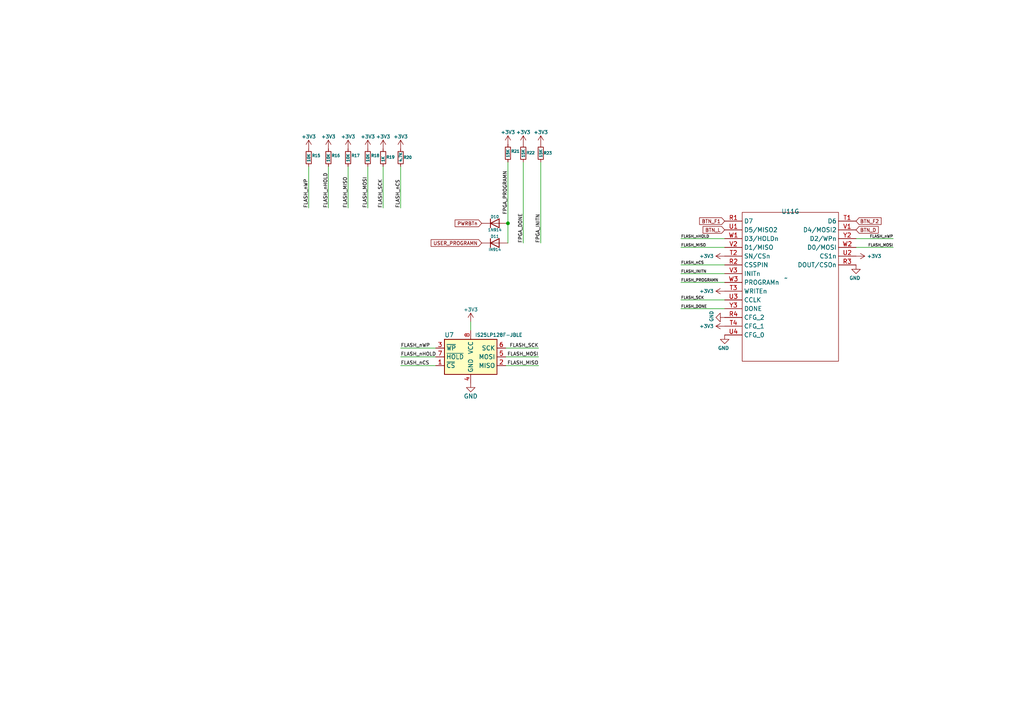
<source format=kicad_sch>
(kicad_sch (version 20230121) (generator eeschema)

  (uuid c8207461-fe0f-4166-99d8-229ab2fcb6d3)

  (paper "A4")

  (lib_symbols
    (symbol "Device:R_Small" (pin_numbers hide) (pin_names (offset 0.254) hide) (in_bom yes) (on_board yes)
      (property "Reference" "R" (at 0.762 0.508 0)
        (effects (font (size 1.27 1.27)) (justify left))
      )
      (property "Value" "R_Small" (at 0.762 -1.016 0)
        (effects (font (size 1.27 1.27)) (justify left))
      )
      (property "Footprint" "" (at 0 0 0)
        (effects (font (size 1.27 1.27)) hide)
      )
      (property "Datasheet" "~" (at 0 0 0)
        (effects (font (size 1.27 1.27)) hide)
      )
      (property "ki_keywords" "R resistor" (at 0 0 0)
        (effects (font (size 1.27 1.27)) hide)
      )
      (property "ki_description" "Resistor, small symbol" (at 0 0 0)
        (effects (font (size 1.27 1.27)) hide)
      )
      (property "ki_fp_filters" "R_*" (at 0 0 0)
        (effects (font (size 1.27 1.27)) hide)
      )
      (symbol "R_Small_0_1"
        (rectangle (start -0.762 1.778) (end 0.762 -1.778)
          (stroke (width 0.2032) (type default))
          (fill (type none))
        )
      )
      (symbol "R_Small_1_1"
        (pin passive line (at 0 2.54 270) (length 0.762)
          (name "~" (effects (font (size 1.27 1.27))))
          (number "1" (effects (font (size 1.27 1.27))))
        )
        (pin passive line (at 0 -2.54 90) (length 0.762)
          (name "~" (effects (font (size 1.27 1.27))))
          (number "2" (effects (font (size 1.27 1.27))))
        )
      )
    )
    (symbol "Diode:1N4448WT" (pin_numbers hide) (pin_names hide) (in_bom yes) (on_board yes)
      (property "Reference" "D" (at 0 2.54 0)
        (effects (font (size 1.27 1.27)))
      )
      (property "Value" "1N4448WT" (at 0 -2.54 0)
        (effects (font (size 1.27 1.27)))
      )
      (property "Footprint" "Diode_SMD:D_SOD-523" (at 0 -4.445 0)
        (effects (font (size 1.27 1.27)) hide)
      )
      (property "Datasheet" "http://www.mouser.com/ds/2/149/1N4148WT-461550.pdf" (at 0 0 0)
        (effects (font (size 1.27 1.27)) hide)
      )
      (property "Sim.Device" "D" (at 0 0 0)
        (effects (font (size 1.27 1.27)) hide)
      )
      (property "Sim.Pins" "1=K 2=A" (at 0 0 0)
        (effects (font (size 1.27 1.27)) hide)
      )
      (property "ki_keywords" "diode" (at 0 0 0)
        (effects (font (size 1.27 1.27)) hide)
      )
      (property "ki_description" "75V 0.15A Fast switching Diode, SOD-523" (at 0 0 0)
        (effects (font (size 1.27 1.27)) hide)
      )
      (property "ki_fp_filters" "D*SOD?523*" (at 0 0 0)
        (effects (font (size 1.27 1.27)) hide)
      )
      (symbol "1N4448WT_0_1"
        (polyline
          (pts
            (xy -1.27 1.27)
            (xy -1.27 -1.27)
          )
          (stroke (width 0.254) (type default))
          (fill (type none))
        )
        (polyline
          (pts
            (xy 1.27 0)
            (xy -1.27 0)
          )
          (stroke (width 0) (type default))
          (fill (type none))
        )
        (polyline
          (pts
            (xy 1.27 1.27)
            (xy 1.27 -1.27)
            (xy -1.27 0)
            (xy 1.27 1.27)
          )
          (stroke (width 0.254) (type default))
          (fill (type none))
        )
      )
      (symbol "1N4448WT_1_1"
        (pin passive line (at -3.81 0 0) (length 2.54)
          (name "K" (effects (font (size 1.27 1.27))))
          (number "1" (effects (font (size 1.27 1.27))))
        )
        (pin passive line (at 3.81 0 180) (length 2.54)
          (name "A" (effects (font (size 1.27 1.27))))
          (number "2" (effects (font (size 1.27 1.27))))
        )
      )
    )
    (symbol "Library_Ulx3:ULX3_(FPGA)" (in_bom yes) (on_board yes)
      (property "Reference" "U" (at 0 0 0)
        (effects (font (size 1.27 1.27)))
      )
      (property "Value" "" (at 0 0 0)
        (effects (font (size 1.27 1.27)))
      )
      (property "Footprint" "Latice_LEF5U:Latice_LEF5U_FPGA_BGA-381" (at 0 0 0)
        (effects (font (size 1.27 1.27)) hide)
      )
      (property "Datasheet" "" (at 0 0 0)
        (effects (font (size 1.27 1.27)) hide)
      )
      (property "ki_locked" "" (at 0 0 0)
        (effects (font (size 1.27 1.27)))
      )
      (symbol "ULX3_(FPGA)_1_1"
        (rectangle (start -15.24 20.32) (end 12.7 -17.78)
          (stroke (width 0) (type solid))
          (fill (type none))
        )
        (pin input line (at -20.32 15.24 0) (length 5.08)
          (name "PCLKT0_1" (effects (font (size 1.27 1.27))))
          (number "A10" (effects (font (size 1.27 1.27))))
        )
        (pin input line (at 17.78 15.24 180) (length 5.08)
          (name "PCLKC0_1" (effects (font (size 1.27 1.27))))
          (number "A11" (effects (font (size 1.27 1.27))))
        )
        (pin input line (at -20.32 -10.16 0) (length 5.08)
          (name "PT4A" (effects (font (size 1.27 1.27))))
          (number "A6" (effects (font (size 1.27 1.27))))
        )
        (pin input line (at -20.32 5.08 0) (length 5.08)
          (name "PT18A" (effects (font (size 1.27 1.27))))
          (number "A7" (effects (font (size 1.27 1.27))))
        )
        (pin input line (at 17.78 5.08 180) (length 5.08)
          (name "PT18B" (effects (font (size 1.27 1.27))))
          (number "A8" (effects (font (size 1.27 1.27))))
        )
        (pin input line (at -20.32 12.7 0) (length 5.08)
          (name "GR_PCLK0_1" (effects (font (size 1.27 1.27))))
          (number "A9" (effects (font (size 1.27 1.27))))
        )
        (pin input line (at 17.78 12.7 180) (length 5.08)
          (name "GR_PCLK0_0" (effects (font (size 1.27 1.27))))
          (number "B10" (effects (font (size 1.27 1.27))))
        )
        (pin input line (at -20.32 17.78 0) (length 5.08)
          (name "PCLKT0_0" (effects (font (size 1.27 1.27))))
          (number "B11" (effects (font (size 1.27 1.27))))
        )
        (pin input line (at 17.78 -10.16 180) (length 5.08)
          (name "PT4B" (effects (font (size 1.27 1.27))))
          (number "B6" (effects (font (size 1.27 1.27))))
        )
        (pin input line (at 17.78 2.54 180) (length 5.08)
          (name "PT15B" (effects (font (size 1.27 1.27))))
          (number "B8" (effects (font (size 1.27 1.27))))
        )
        (pin input line (at -20.32 10.16 0) (length 5.08)
          (name "PT58A" (effects (font (size 1.27 1.27))))
          (number "B9" (effects (font (size 1.27 1.27))))
        )
        (pin input line (at 17.78 10.16 180) (length 5.08)
          (name "PT58B" (effects (font (size 1.27 1.27))))
          (number "C10" (effects (font (size 1.27 1.27))))
        )
        (pin input line (at 17.78 17.78 180) (length 5.08)
          (name "PCLKC0_0" (effects (font (size 1.27 1.27))))
          (number "C11" (effects (font (size 1.27 1.27))))
        )
        (pin input line (at -20.32 -2.54 0) (length 5.08)
          (name "PT11A" (effects (font (size 1.27 1.27))))
          (number "C6" (effects (font (size 1.27 1.27))))
        )
        (pin input line (at 17.78 -2.54 180) (length 5.08)
          (name "PT11B" (effects (font (size 1.27 1.27))))
          (number "C7" (effects (font (size 1.27 1.27))))
        )
        (pin input line (at -20.32 2.54 0) (length 5.08)
          (name "PT15A" (effects (font (size 1.27 1.27))))
          (number "C8" (effects (font (size 1.27 1.27))))
        )
        (pin input line (at -20.32 -15.24 0) (length 5.08)
          (name "PT54A" (effects (font (size 1.27 1.27))))
          (number "C9" (effects (font (size 1.27 1.27))))
        )
        (pin input line (at -20.32 -12.7 0) (length 5.08)
          (name "PT56A" (effects (font (size 1.27 1.27))))
          (number "D10" (effects (font (size 1.27 1.27))))
        )
        (pin input line (at 17.78 -7.62 180) (length 5.08)
          (name "PT6B" (effects (font (size 1.27 1.27))))
          (number "D6" (effects (font (size 1.27 1.27))))
        )
        (pin input line (at 17.78 -5.08 180) (length 5.08)
          (name "PT9B" (effects (font (size 1.27 1.27))))
          (number "D7" (effects (font (size 1.27 1.27))))
        )
        (pin input line (at 17.78 0 180) (length 5.08)
          (name "PT13B" (effects (font (size 1.27 1.27))))
          (number "D8" (effects (font (size 1.27 1.27))))
        )
        (pin input line (at -20.32 7.62 0) (length 5.08)
          (name "PT20A" (effects (font (size 1.27 1.27))))
          (number "D9" (effects (font (size 1.27 1.27))))
        )
        (pin input line (at 17.78 -12.7 180) (length 5.08)
          (name "PT56B" (effects (font (size 1.27 1.27))))
          (number "E10" (effects (font (size 1.27 1.27))))
        )
        (pin input line (at -20.32 -7.62 0) (length 5.08)
          (name "PT6A" (effects (font (size 1.27 1.27))))
          (number "E6" (effects (font (size 1.27 1.27))))
        )
        (pin input line (at -20.32 -5.08 0) (length 5.08)
          (name "PT9A" (effects (font (size 1.27 1.27))))
          (number "E7" (effects (font (size 1.27 1.27))))
        )
        (pin input line (at -20.32 0 0) (length 5.08)
          (name "PT13A" (effects (font (size 1.27 1.27))))
          (number "E8" (effects (font (size 1.27 1.27))))
        )
        (pin input line (at 17.78 7.62 180) (length 5.08)
          (name "PT20B" (effects (font (size 1.27 1.27))))
          (number "E9" (effects (font (size 1.27 1.27))))
        )
      )
      (symbol "ULX3_(FPGA)_2_1"
        (rectangle (start -15.24 21.59) (end 12.7 -24.13)
          (stroke (width 0) (type solid))
          (fill (type none))
        )
        (pin input line (at -20.32 -11.43 0) (length 5.08)
          (name "PT76A" (effects (font (size 1.27 1.27))))
          (number "A12" (effects (font (size 1.27 1.27))))
        )
        (pin input line (at 17.78 -11.43 180) (length 5.08)
          (name "PT76B" (effects (font (size 1.27 1.27))))
          (number "A13" (effects (font (size 1.27 1.27))))
        )
        (pin input line (at -20.32 -3.81 0) (length 5.08)
          (name "PT83A" (effects (font (size 1.27 1.27))))
          (number "A14" (effects (font (size 1.27 1.27))))
        )
        (pin input line (at -20.32 -21.59 0) (length 5.08)
          (name "PT103A" (effects (font (size 1.27 1.27))))
          (number "A15" (effects (font (size 1.27 1.27))))
        )
        (pin input line (at -20.32 6.35 0) (length 5.08)
          (name "PT110A" (effects (font (size 1.27 1.27))))
          (number "A16" (effects (font (size 1.27 1.27))))
        )
        (pin input line (at -20.32 13.97 0) (length 5.08)
          (name "PT116A" (effects (font (size 1.27 1.27))))
          (number "A17" (effects (font (size 1.27 1.27))))
        )
        (pin input line (at -20.32 16.51 0) (length 5.08)
          (name "PT119A" (effects (font (size 1.27 1.27))))
          (number "A18" (effects (font (size 1.27 1.27))))
        )
        (pin input line (at -20.32 19.05 0) (length 5.08)
          (name "PT121A" (effects (font (size 1.27 1.27))))
          (number "A19" (effects (font (size 1.27 1.27))))
        )
        (pin input line (at -20.32 -16.51 0) (length 5.08)
          (name "PCLKT1_0" (effects (font (size 1.27 1.27))))
          (number "B12" (effects (font (size 1.27 1.27))))
        )
        (pin input line (at -20.32 -8.89 0) (length 5.08)
          (name "PT78A" (effects (font (size 1.27 1.27))))
          (number "B13" (effects (font (size 1.27 1.27))))
        )
        (pin input line (at -20.32 1.27 0) (length 5.08)
          (name "PT105A" (effects (font (size 1.27 1.27))))
          (number "B15" (effects (font (size 1.27 1.27))))
        )
        (pin input line (at 17.78 6.35 180) (length 5.08)
          (name "PT110B" (effects (font (size 1.27 1.27))))
          (number "B16" (effects (font (size 1.27 1.27))))
        )
        (pin input line (at -20.32 11.43 0) (length 5.08)
          (name "PT114A" (effects (font (size 1.27 1.27))))
          (number "B17" (effects (font (size 1.27 1.27))))
        )
        (pin input line (at 17.78 13.97 180) (length 5.08)
          (name "PT116B" (effects (font (size 1.27 1.27))))
          (number "B18" (effects (font (size 1.27 1.27))))
        )
        (pin input line (at 17.78 16.51 180) (length 5.08)
          (name "PT119B" (effects (font (size 1.27 1.27))))
          (number "B19" (effects (font (size 1.27 1.27))))
        )
        (pin input line (at 17.78 19.05 180) (length 5.08)
          (name "PT121B" (effects (font (size 1.27 1.27))))
          (number "B20" (effects (font (size 1.27 1.27))))
        )
        (pin input line (at 17.78 -16.51 180) (length 5.08)
          (name "PCLKC1_0" (effects (font (size 1.27 1.27))))
          (number "C12" (effects (font (size 1.27 1.27))))
        )
        (pin input line (at 17.78 -8.89 180) (length 5.08)
          (name "PT78B" (effects (font (size 1.27 1.27))))
          (number "C13" (effects (font (size 1.27 1.27))))
        )
        (pin input line (at 17.78 -3.81 180) (length 5.08)
          (name "PT83B" (effects (font (size 1.27 1.27))))
          (number "C14" (effects (font (size 1.27 1.27))))
        )
        (pin input line (at 17.78 1.27 180) (length 5.08)
          (name "PT105B" (effects (font (size 1.27 1.27))))
          (number "C15" (effects (font (size 1.27 1.27))))
        )
        (pin input line (at -20.32 8.89 0) (length 5.08)
          (name "PT112A" (effects (font (size 1.27 1.27))))
          (number "C16" (effects (font (size 1.27 1.27))))
        )
        (pin input line (at 17.78 11.43 180) (length 5.08)
          (name "PT114B" (effects (font (size 1.27 1.27))))
          (number "C17" (effects (font (size 1.27 1.27))))
        )
        (pin input line (at -20.32 -19.05 0) (length 5.08)
          (name "PCLKT1_1" (effects (font (size 1.27 1.27))))
          (number "D11" (effects (font (size 1.27 1.27))))
        )
        (pin input line (at -20.32 -13.97 0) (length 5.08)
          (name "GR_PCLK1_0" (effects (font (size 1.27 1.27))))
          (number "D12" (effects (font (size 1.27 1.27))))
        )
        (pin input line (at -20.32 -6.35 0) (length 5.08)
          (name "PT80A" (effects (font (size 1.27 1.27))))
          (number "D13" (effects (font (size 1.27 1.27))))
        )
        (pin input line (at -20.32 -1.27 0) (length 5.08)
          (name "PT85A" (effects (font (size 1.27 1.27))))
          (number "D14" (effects (font (size 1.27 1.27))))
        )
        (pin input line (at -20.32 3.81 0) (length 5.08)
          (name "PT107A" (effects (font (size 1.27 1.27))))
          (number "D15" (effects (font (size 1.27 1.27))))
        )
        (pin input line (at 17.78 8.89 180) (length 5.08)
          (name "PT112B" (effects (font (size 1.27 1.27))))
          (number "D16" (effects (font (size 1.27 1.27))))
        )
        (pin input line (at 17.78 -19.05 180) (length 5.08)
          (name "PCLKC1_1" (effects (font (size 1.27 1.27))))
          (number "E11" (effects (font (size 1.27 1.27))))
        )
        (pin input line (at 17.78 -13.97 180) (length 5.08)
          (name "GR_PCLK1_1" (effects (font (size 1.27 1.27))))
          (number "E12" (effects (font (size 1.27 1.27))))
        )
        (pin input line (at 17.78 -6.35 180) (length 5.08)
          (name "PT80B" (effects (font (size 1.27 1.27))))
          (number "E13" (effects (font (size 1.27 1.27))))
        )
        (pin input line (at 17.78 -1.27 180) (length 5.08)
          (name "PT85B" (effects (font (size 1.27 1.27))))
          (number "E14" (effects (font (size 1.27 1.27))))
        )
        (pin input line (at 17.78 3.81 180) (length 5.08)
          (name "PT107B" (effects (font (size 1.27 1.27))))
          (number "E15" (effects (font (size 1.27 1.27))))
        )
      )
      (symbol "ULX3_(FPGA)_3_1"
        (rectangle (start -13.97 21.59) (end 13.97 -24.13)
          (stroke (width 0) (type solid))
          (fill (type none))
        )
        (pin input line (at -19.05 -19.05 0) (length 5.08)
          (name "PR11A" (effects (font (size 1.27 1.27))))
          (number "C18" (effects (font (size 1.27 1.27))))
        )
        (pin input line (at -19.05 1.27 0) (length 5.08)
          (name "PR35A" (effects (font (size 1.27 1.27))))
          (number "C20" (effects (font (size 1.27 1.27))))
        )
        (pin input line (at 19.05 -19.05 180) (length 5.08)
          (name "PR11B" (effects (font (size 1.27 1.27))))
          (number "D17" (effects (font (size 1.27 1.27))))
        )
        (pin input line (at -19.05 -13.97 0) (length 5.08)
          (name "PR14A" (effects (font (size 1.27 1.27))))
          (number "D18" (effects (font (size 1.27 1.27))))
        )
        (pin input line (at 19.05 1.27 180) (length 5.08)
          (name "PR35B" (effects (font (size 1.27 1.27))))
          (number "D19" (effects (font (size 1.27 1.27))))
        )
        (pin input line (at -19.05 3.81 0) (length 5.08)
          (name "VREF1_2" (effects (font (size 1.27 1.27))))
          (number "D20" (effects (font (size 1.27 1.27))))
        )
        (pin input line (at -19.05 -16.51 0) (length 5.08)
          (name "PR11C" (effects (font (size 1.27 1.27))))
          (number "E16" (effects (font (size 1.27 1.27))))
        )
        (pin input line (at 19.05 -13.97 180) (length 5.08)
          (name "PR14B" (effects (font (size 1.27 1.27))))
          (number "E17" (effects (font (size 1.27 1.27))))
        )
        (pin input line (at -19.05 -11.43 0) (length 5.08)
          (name "PR14C" (effects (font (size 1.27 1.27))))
          (number "E18" (effects (font (size 1.27 1.27))))
        )
        (pin input line (at 19.05 3.81 180) (length 5.08)
          (name "PR35D" (effects (font (size 1.27 1.27))))
          (number "E19" (effects (font (size 1.27 1.27))))
        )
        (pin input line (at -19.05 6.35 0) (length 5.08)
          (name "PR38A" (effects (font (size 1.27 1.27))))
          (number "E20" (effects (font (size 1.27 1.27))))
        )
        (pin input line (at 19.05 -16.51 180) (length 5.08)
          (name "PR11D" (effects (font (size 1.27 1.27))))
          (number "F16" (effects (font (size 1.27 1.27))))
        )
        (pin input line (at -19.05 -8.89 0) (length 5.08)
          (name "PR17A" (effects (font (size 1.27 1.27))))
          (number "F17" (effects (font (size 1.27 1.27))))
        )
        (pin input line (at 19.05 -11.43 180) (length 5.08)
          (name "PR14D" (effects (font (size 1.27 1.27))))
          (number "F18" (effects (font (size 1.27 1.27))))
        )
        (pin input line (at 19.05 6.35 180) (length 5.08)
          (name "PR38B" (effects (font (size 1.27 1.27))))
          (number "F19" (effects (font (size 1.27 1.27))))
        )
        (pin input line (at -19.05 8.89 0) (length 5.08)
          (name "PR38C" (effects (font (size 1.27 1.27))))
          (number "F20" (effects (font (size 1.27 1.27))))
        )
        (pin input line (at -19.05 -6.35 0) (length 5.08)
          (name "PR17C" (effects (font (size 1.27 1.27))))
          (number "G16" (effects (font (size 1.27 1.27))))
        )
        (pin input line (at 19.05 -8.89 180) (length 5.08)
          (name "PR17B" (effects (font (size 1.27 1.27))))
          (number "G18" (effects (font (size 1.27 1.27))))
        )
        (pin input line (at -19.05 11.43 0) (length 5.08)
          (name "GR_PCLK2_1" (effects (font (size 1.27 1.27))))
          (number "G19" (effects (font (size 1.27 1.27))))
        )
        (pin input line (at 19.05 8.89 180) (length 5.08)
          (name "PR38D" (effects (font (size 1.27 1.27))))
          (number "G20" (effects (font (size 1.27 1.27))))
        )
        (pin input line (at 19.05 -6.35 180) (length 5.08)
          (name "PR17D" (effects (font (size 1.27 1.27))))
          (number "H16" (effects (font (size 1.27 1.27))))
        )
        (pin input line (at 19.05 -3.81 180) (length 5.08)
          (name "PR20B" (effects (font (size 1.27 1.27))))
          (number "H17" (effects (font (size 1.27 1.27))))
        )
        (pin input line (at -19.05 -3.81 0) (length 5.08)
          (name "PR20A" (effects (font (size 1.27 1.27))))
          (number "H18" (effects (font (size 1.27 1.27))))
        )
        (pin input line (at 19.05 11.43 180) (length 5.08)
          (name "PR41B" (effects (font (size 1.27 1.27))))
          (number "H20" (effects (font (size 1.27 1.27))))
        )
        (pin input line (at 19.05 -1.27 180) (length 5.08)
          (name "PR20D" (effects (font (size 1.27 1.27))))
          (number "J16" (effects (font (size 1.27 1.27))))
        )
        (pin input line (at -19.05 -1.27 0) (length 5.08)
          (name "PR20C" (effects (font (size 1.27 1.27))))
          (number "J17" (effects (font (size 1.27 1.27))))
        )
        (pin input line (at -19.05 13.97 0) (length 5.08)
          (name "GR_PCLK2_0" (effects (font (size 1.27 1.27))))
          (number "J18" (effects (font (size 1.27 1.27))))
        )
        (pin input line (at -19.05 16.51 0) (length 5.08)
          (name "PCLKT2_1" (effects (font (size 1.27 1.27))))
          (number "J19" (effects (font (size 1.27 1.27))))
        )
        (pin input line (at -19.05 19.05 0) (length 5.08)
          (name "PCLKT2_0" (effects (font (size 1.27 1.27))))
          (number "J20" (effects (font (size 1.27 1.27))))
        )
        (pin input line (at -19.05 -21.59 0) (length 5.08)
          (name "PR29A" (effects (font (size 1.27 1.27))))
          (number "K16" (effects (font (size 1.27 1.27))))
        )
        (pin input line (at 19.05 -21.59 180) (length 5.08)
          (name "PR29B" (effects (font (size 1.27 1.27))))
          (number "K17" (effects (font (size 1.27 1.27))))
        )
        (pin input line (at 19.05 13.97 180) (length 5.08)
          (name "PR41D" (effects (font (size 1.27 1.27))))
          (number "K18" (effects (font (size 1.27 1.27))))
        )
        (pin input line (at 19.05 16.51 180) (length 5.08)
          (name "PCLKC2_1" (effects (font (size 1.27 1.27))))
          (number "K19" (effects (font (size 1.27 1.27))))
        )
        (pin input line (at 19.05 19.05 180) (length 5.08)
          (name "PCLKC2_0" (effects (font (size 1.27 1.27))))
          (number "K20" (effects (font (size 1.27 1.27))))
        )
      )
      (symbol "ULX3_(FPGA)_4_1"
        (rectangle (start -13.97 20.32) (end 13.97 -25.4)
          (stroke (width 0) (type solid))
          (fill (type none))
        )
        (pin input line (at -19.05 -15.24 0) (length 5.08)
          (name "GR_PCLK3_0" (effects (font (size 1.27 1.27))))
          (number "L16" (effects (font (size 1.27 1.27))))
        )
        (pin input line (at 19.05 -15.24 180) (length 5.08)
          (name "PR50B" (effects (font (size 1.27 1.27))))
          (number "L17" (effects (font (size 1.27 1.27))))
        )
        (pin input line (at -19.05 -12.7 0) (length 5.08)
          (name "GR_PCLK3_1" (effects (font (size 1.27 1.27))))
          (number "L18" (effects (font (size 1.27 1.27))))
        )
        (pin input line (at -19.05 -17.78 0) (length 5.08)
          (name "PCLKT3_0" (effects (font (size 1.27 1.27))))
          (number "L19" (effects (font (size 1.27 1.27))))
        )
        (pin input line (at -19.05 -20.32 0) (length 5.08)
          (name "PCLKT3_1" (effects (font (size 1.27 1.27))))
          (number "L20" (effects (font (size 1.27 1.27))))
        )
        (pin input line (at 19.05 -10.16 180) (length 5.08)
          (name "PR53B" (effects (font (size 1.27 1.27))))
          (number "M17" (effects (font (size 1.27 1.27))))
        )
        (pin input line (at 19.05 -12.7 180) (length 5.08)
          (name "PR50D" (effects (font (size 1.27 1.27))))
          (number "M18" (effects (font (size 1.27 1.27))))
        )
        (pin input line (at 19.05 -17.78 180) (length 5.08)
          (name "PCLKC3_0" (effects (font (size 1.27 1.27))))
          (number "M19" (effects (font (size 1.27 1.27))))
        )
        (pin input line (at 19.05 -20.32 180) (length 5.08)
          (name "PCLKC3_1" (effects (font (size 1.27 1.27))))
          (number "M20" (effects (font (size 1.27 1.27))))
        )
        (pin input line (at -19.05 -10.16 0) (length 5.08)
          (name "PR53A" (effects (font (size 1.27 1.27))))
          (number "N16" (effects (font (size 1.27 1.27))))
        )
        (pin input line (at -19.05 -5.08 0) (length 5.08)
          (name "PR56A" (effects (font (size 1.27 1.27))))
          (number "N17" (effects (font (size 1.27 1.27))))
        )
        (pin input line (at -19.05 -7.62 0) (length 5.08)
          (name "PR53C" (effects (font (size 1.27 1.27))))
          (number "N18" (effects (font (size 1.27 1.27))))
        )
        (pin input line (at -19.05 0 0) (length 5.08)
          (name "PR83A" (effects (font (size 1.27 1.27))))
          (number "N19" (effects (font (size 1.27 1.27))))
        )
        (pin input line (at 19.05 0 180) (length 5.08)
          (name "PR83B" (effects (font (size 1.27 1.27))))
          (number "N20" (effects (font (size 1.27 1.27))))
        )
        (pin input line (at 19.05 -5.08 180) (length 5.08)
          (name "VREF1_3" (effects (font (size 1.27 1.27))))
          (number "P16" (effects (font (size 1.27 1.27))))
        )
        (pin input line (at 19.05 -7.62 180) (length 5.08)
          (name "PR53D" (effects (font (size 1.27 1.27))))
          (number "P17" (effects (font (size 1.27 1.27))))
        )
        (pin input line (at 19.05 2.54 180) (length 5.08)
          (name "PR83D" (effects (font (size 1.27 1.27))))
          (number "P18" (effects (font (size 1.27 1.27))))
        )
        (pin input line (at -19.05 2.54 0) (length 5.08)
          (name "PR83C" (effects (font (size 1.27 1.27))))
          (number "P19" (effects (font (size 1.27 1.27))))
        )
        (pin input line (at -19.05 5.08 0) (length 5.08)
          (name "PR86A" (effects (font (size 1.27 1.27))))
          (number "P20" (effects (font (size 1.27 1.27))))
        )
        (pin input line (at -19.05 -2.54 0) (length 5.08)
          (name "PR56C" (effects (font (size 1.27 1.27))))
          (number "R16" (effects (font (size 1.27 1.27))))
        )
        (pin input line (at 19.05 -2.54 180) (length 5.08)
          (name "PR56D" (effects (font (size 1.27 1.27))))
          (number "R17" (effects (font (size 1.27 1.27))))
        )
        (pin input line (at 19.05 10.16 180) (length 5.08)
          (name "PR89B" (effects (font (size 1.27 1.27))))
          (number "R18" (effects (font (size 1.27 1.27))))
        )
        (pin input line (at 19.05 5.08 180) (length 5.08)
          (name "PR86B" (effects (font (size 1.27 1.27))))
          (number "R20" (effects (font (size 1.27 1.27))))
        )
        (pin input line (at -19.05 -22.86 0) (length 5.08)
          (name "PR77A" (effects (font (size 1.27 1.27))))
          (number "T16" (effects (font (size 1.27 1.27))))
        )
        (pin input line (at 19.05 17.78 180) (length 5.08)
          (name "GPLL0C_IN" (effects (font (size 1.27 1.27))))
          (number "T17" (effects (font (size 1.27 1.27))))
        )
        (pin input line (at 19.05 12.7 180) (length 5.08)
          (name "PR89D" (effects (font (size 1.27 1.27))))
          (number "T18" (effects (font (size 1.27 1.27))))
        )
        (pin input line (at -19.05 10.16 0) (length 5.08)
          (name "PR89A" (effects (font (size 1.27 1.27))))
          (number "T19" (effects (font (size 1.27 1.27))))
        )
        (pin input line (at -19.05 7.62 0) (length 5.08)
          (name "PR86C" (effects (font (size 1.27 1.27))))
          (number "T20" (effects (font (size 1.27 1.27))))
        )
        (pin input line (at -19.05 17.78 0) (length 5.08)
          (name "GPLL0T_IN" (effects (font (size 1.27 1.27))))
          (number "U16" (effects (font (size 1.27 1.27))))
        )
        (pin input line (at 19.05 15.24 180) (length 5.08)
          (name "PR92B" (effects (font (size 1.27 1.27))))
          (number "U17" (effects (font (size 1.27 1.27))))
        )
        (pin input line (at -19.05 15.24 0) (length 5.08)
          (name "PR92A" (effects (font (size 1.27 1.27))))
          (number "U18" (effects (font (size 1.27 1.27))))
        )
        (pin input line (at -19.05 12.7 0) (length 5.08)
          (name "PR89C" (effects (font (size 1.27 1.27))))
          (number "U19" (effects (font (size 1.27 1.27))))
        )
        (pin input line (at 19.05 7.62 180) (length 5.08)
          (name "PR86D" (effects (font (size 1.27 1.27))))
          (number "U20" (effects (font (size 1.27 1.27))))
        )
      )
      (symbol "ULX3_(FPGA)_5_1"
        (rectangle (start -13.97 20.32) (end 13.97 -25.4)
          (stroke (width 0) (type solid))
          (fill (type none))
        )
        (pin input line (at 19.05 15.24 180) (length 5.08)
          (name "PCLKC6_1" (effects (font (size 1.27 1.27))))
          (number "F1" (effects (font (size 1.27 1.27))))
        )
        (pin input line (at 19.05 17.78 180) (length 5.08)
          (name "PCLKC6_0" (effects (font (size 1.27 1.27))))
          (number "G1" (effects (font (size 1.27 1.27))))
        )
        (pin input line (at -19.05 15.24 0) (length 5.08)
          (name "PCLKT6_1" (effects (font (size 1.27 1.27))))
          (number "G2" (effects (font (size 1.27 1.27))))
        )
        (pin input line (at -19.05 7.62 0) (length 5.08)
          (name "PL53C" (effects (font (size 1.27 1.27))))
          (number "H1" (effects (font (size 1.27 1.27))))
        )
        (pin input line (at -19.05 17.78 0) (length 5.08)
          (name "PCLKT6_0" (effects (font (size 1.27 1.27))))
          (number "H2" (effects (font (size 1.27 1.27))))
        )
        (pin input line (at 19.05 5.08 180) (length 5.08)
          (name "PL53B" (effects (font (size 1.27 1.27))))
          (number "J1" (effects (font (size 1.27 1.27))))
        )
        (pin input line (at -19.05 12.7 0) (length 5.08)
          (name "GR_PCLK6_1" (effects (font (size 1.27 1.27))))
          (number "J3" (effects (font (size 1.27 1.27))))
        )
        (pin input line (at -19.05 10.16 0) (length 5.08)
          (name "GR_PCLK6_0" (effects (font (size 1.27 1.27))))
          (number "J4" (effects (font (size 1.27 1.27))))
        )
        (pin input line (at 19.05 10.16 180) (length 5.08)
          (name "PL50B" (effects (font (size 1.27 1.27))))
          (number "J5" (effects (font (size 1.27 1.27))))
        )
        (pin input line (at 19.05 7.62 180) (length 5.08)
          (name "PL53D" (effects (font (size 1.27 1.27))))
          (number "K1" (effects (font (size 1.27 1.27))))
        )
        (pin input line (at -19.05 5.08 0) (length 5.08)
          (name "PL53A" (effects (font (size 1.27 1.27))))
          (number "K2" (effects (font (size 1.27 1.27))))
        )
        (pin input line (at 19.05 12.7 180) (length 5.08)
          (name "PL50D" (effects (font (size 1.27 1.27))))
          (number "K3" (effects (font (size 1.27 1.27))))
        )
        (pin input line (at -19.05 0 0) (length 5.08)
          (name "PL56A" (effects (font (size 1.27 1.27))))
          (number "K4" (effects (font (size 1.27 1.27))))
        )
        (pin input line (at 19.05 0 180) (length 5.08)
          (name "VREF1_6" (effects (font (size 1.27 1.27))))
          (number "K5" (effects (font (size 1.27 1.27))))
        )
        (pin input line (at -19.05 -12.7 0) (length 5.08)
          (name "PL65C" (effects (font (size 1.27 1.27))))
          (number "L1" (effects (font (size 1.27 1.27))))
        )
        (pin input line (at 19.05 -7.62 180) (length 5.08)
          (name "PL86D" (effects (font (size 1.27 1.27))))
          (number "L2" (effects (font (size 1.27 1.27))))
        )
        (pin input line (at -19.05 -7.62 0) (length 5.08)
          (name "PL86C" (effects (font (size 1.27 1.27))))
          (number "L3" (effects (font (size 1.27 1.27))))
        )
        (pin input line (at -19.05 2.54 0) (length 5.08)
          (name "PL56C" (effects (font (size 1.27 1.27))))
          (number "L4" (effects (font (size 1.27 1.27))))
        )
        (pin input line (at 19.05 2.54 180) (length 5.08)
          (name "PL56D" (effects (font (size 1.27 1.27))))
          (number "L5" (effects (font (size 1.27 1.27))))
        )
        (pin input line (at 19.05 -15.24 180) (length 5.08)
          (name "PL89B" (effects (font (size 1.27 1.27))))
          (number "M1" (effects (font (size 1.27 1.27))))
        )
        (pin input line (at 19.05 -10.16 180) (length 5.08)
          (name "PL86B" (effects (font (size 1.27 1.27))))
          (number "M3" (effects (font (size 1.27 1.27))))
        )
        (pin input line (at -19.05 -5.08 0) (length 5.08)
          (name "PL83A" (effects (font (size 1.27 1.27))))
          (number "M4" (effects (font (size 1.27 1.27))))
        )
        (pin input line (at -19.05 -22.86 0) (length 5.08)
          (name "PL77A" (effects (font (size 1.27 1.27))))
          (number "M5" (effects (font (size 1.27 1.27))))
        )
        (pin input line (at 19.05 -12.7 180) (length 5.08)
          (name "PL89D" (effects (font (size 1.27 1.27))))
          (number "N1" (effects (font (size 1.27 1.27))))
        )
        (pin input line (at -19.05 -15.24 0) (length 5.08)
          (name "PL65A" (effects (font (size 1.27 1.27))))
          (number "N2" (effects (font (size 1.27 1.27))))
        )
        (pin input line (at -19.05 -10.16 0) (length 5.08)
          (name "PL86A" (effects (font (size 1.27 1.27))))
          (number "N3" (effects (font (size 1.27 1.27))))
        )
        (pin input line (at -19.05 -2.54 0) (length 5.08)
          (name "PL83C" (effects (font (size 1.27 1.27))))
          (number "N4" (effects (font (size 1.27 1.27))))
        )
        (pin input line (at 19.05 -5.08 180) (length 5.08)
          (name "PL83B" (effects (font (size 1.27 1.27))))
          (number "N5" (effects (font (size 1.27 1.27))))
        )
        (pin input line (at -19.05 -20.32 0) (length 5.08)
          (name "PL92A" (effects (font (size 1.27 1.27))))
          (number "P1" (effects (font (size 1.27 1.27))))
        )
        (pin input line (at 19.05 -20.32 180) (length 5.08)
          (name "PL92B" (effects (font (size 1.27 1.27))))
          (number "P2" (effects (font (size 1.27 1.27))))
        )
        (pin input line (at -19.05 -17.78 0) (length 5.08)
          (name "GPLL0T_IN" (effects (font (size 1.27 1.27))))
          (number "P3" (effects (font (size 1.27 1.27))))
        )
        (pin input line (at 19.05 -17.78 180) (length 5.08)
          (name "GPLL0C_IN" (effects (font (size 1.27 1.27))))
          (number "P4" (effects (font (size 1.27 1.27))))
        )
        (pin input line (at 19.05 -2.54 180) (length 5.08)
          (name "PL83D" (effects (font (size 1.27 1.27))))
          (number "P5" (effects (font (size 1.27 1.27))))
        )
      )
      (symbol "ULX3_(FPGA)_6_1"
        (rectangle (start -13.97 22.86) (end 13.97 -20.32)
          (stroke (width 0) (type solid))
          (fill (type none))
        )
        (pin input line (at -19.05 -2.54 0) (length 5.08)
          (name "PL35A" (effects (font (size 1.27 1.27))))
          (number "A2" (effects (font (size 1.27 1.27))))
        )
        (pin input line (at -19.05 15.24 0) (length 5.08)
          (name "PL14C" (effects (font (size 1.27 1.27))))
          (number "A3" (effects (font (size 1.27 1.27))))
        )
        (pin input line (at -19.05 17.78 0) (length 5.08)
          (name "PL11A" (effects (font (size 1.27 1.27))))
          (number "A4" (effects (font (size 1.27 1.27))))
        )
        (pin input line (at 19.05 17.78 180) (length 5.08)
          (name "PL11B" (effects (font (size 1.27 1.27))))
          (number "A5" (effects (font (size 1.27 1.27))))
        )
        (pin input line (at 19.05 -2.54 180) (length 5.08)
          (name "PL35B" (effects (font (size 1.27 1.27))))
          (number "B1" (effects (font (size 1.27 1.27))))
        )
        (pin input line (at -19.05 0 0) (length 5.08)
          (name "VREF1_7" (effects (font (size 1.27 1.27))))
          (number "B2" (effects (font (size 1.27 1.27))))
        )
        (pin input line (at 19.05 15.24 180) (length 5.08)
          (name "PL14D" (effects (font (size 1.27 1.27))))
          (number "B3" (effects (font (size 1.27 1.27))))
        )
        (pin input line (at 19.05 12.7 180) (length 5.08)
          (name "PL14B" (effects (font (size 1.27 1.27))))
          (number "B4" (effects (font (size 1.27 1.27))))
        )
        (pin input line (at -19.05 20.32 0) (length 5.08)
          (name "PL11C" (effects (font (size 1.27 1.27))))
          (number "B5" (effects (font (size 1.27 1.27))))
        )
        (pin input line (at -19.05 -7.62 0) (length 5.08)
          (name "PL38A" (effects (font (size 1.27 1.27))))
          (number "C1" (effects (font (size 1.27 1.27))))
        )
        (pin input line (at 19.05 0 180) (length 5.08)
          (name "PL35D" (effects (font (size 1.27 1.27))))
          (number "C2" (effects (font (size 1.27 1.27))))
        )
        (pin input line (at -19.05 10.16 0) (length 5.08)
          (name "PL17C" (effects (font (size 1.27 1.27))))
          (number "C3" (effects (font (size 1.27 1.27))))
        )
        (pin input line (at -19.05 12.7 0) (length 5.08)
          (name "PL14A" (effects (font (size 1.27 1.27))))
          (number "C4" (effects (font (size 1.27 1.27))))
        )
        (pin input line (at 19.05 20.32 180) (length 5.08)
          (name "PL11D" (effects (font (size 1.27 1.27))))
          (number "C5" (effects (font (size 1.27 1.27))))
        )
        (pin input line (at 19.05 -7.62 180) (length 5.08)
          (name "PL38B" (effects (font (size 1.27 1.27))))
          (number "D1" (effects (font (size 1.27 1.27))))
        )
        (pin input line (at -19.05 -5.08 0) (length 5.08)
          (name "PL38C" (effects (font (size 1.27 1.27))))
          (number "D2" (effects (font (size 1.27 1.27))))
        )
        (pin input line (at 19.05 10.16 180) (length 5.08)
          (name "PL17D" (effects (font (size 1.27 1.27))))
          (number "D3" (effects (font (size 1.27 1.27))))
        )
        (pin input line (at 19.05 7.62 180) (length 5.08)
          (name "PL17B" (effects (font (size 1.27 1.27))))
          (number "D5" (effects (font (size 1.27 1.27))))
        )
        (pin input line (at 19.05 -5.08 180) (length 5.08)
          (name "PL38D" (effects (font (size 1.27 1.27))))
          (number "E1" (effects (font (size 1.27 1.27))))
        )
        (pin input line (at 19.05 -15.24 180) (length 5.08)
          (name "PCLKC7_0" (effects (font (size 1.27 1.27))))
          (number "E2" (effects (font (size 1.27 1.27))))
        )
        (pin input line (at 19.05 2.54 180) (length 5.08)
          (name "PL20B" (effects (font (size 1.27 1.27))))
          (number "E3" (effects (font (size 1.27 1.27))))
        )
        (pin input line (at -19.05 7.62 0) (length 5.08)
          (name "PL17A" (effects (font (size 1.27 1.27))))
          (number "E4" (effects (font (size 1.27 1.27))))
        )
        (pin input line (at -19.05 5.08 0) (length 5.08)
          (name "PL20C" (effects (font (size 1.27 1.27))))
          (number "E5" (effects (font (size 1.27 1.27))))
        )
        (pin input line (at -19.05 -15.24 0) (length 5.08)
          (name "PCLKT7_0" (effects (font (size 1.27 1.27))))
          (number "F2" (effects (font (size 1.27 1.27))))
        )
        (pin input line (at 19.05 -17.78 180) (length 5.08)
          (name "PCLKC7_1" (effects (font (size 1.27 1.27))))
          (number "F3" (effects (font (size 1.27 1.27))))
        )
        (pin input line (at -19.05 2.54 0) (length 5.08)
          (name "PL20A" (effects (font (size 1.27 1.27))))
          (number "F4" (effects (font (size 1.27 1.27))))
        )
        (pin input line (at 19.05 5.08 180) (length 5.08)
          (name "PL20D" (effects (font (size 1.27 1.27))))
          (number "F5" (effects (font (size 1.27 1.27))))
        )
        (pin input line (at -19.05 -17.78 0) (length 5.08)
          (name "PCLKT7_1" (effects (font (size 1.27 1.27))))
          (number "G3" (effects (font (size 1.27 1.27))))
        )
        (pin input line (at 19.05 -12.7 180) (length 5.08)
          (name "PL41B" (effects (font (size 1.27 1.27))))
          (number "G5" (effects (font (size 1.27 1.27))))
        )
        (pin input line (at 19.05 -10.16 180) (length 5.08)
          (name "PL41D" (effects (font (size 1.27 1.27))))
          (number "H3" (effects (font (size 1.27 1.27))))
        )
        (pin input line (at -19.05 -12.7 0) (length 5.08)
          (name "GR_PCLK7_1" (effects (font (size 1.27 1.27))))
          (number "H4" (effects (font (size 1.27 1.27))))
        )
        (pin input line (at -19.05 -10.16 0) (length 5.08)
          (name "GR_PCLK7_0" (effects (font (size 1.27 1.27))))
          (number "H5" (effects (font (size 1.27 1.27))))
        )
      )
      (symbol "ULX3_(FPGA)_7_1"
        (rectangle (start -12.7 19.05) (end 15.24 -24.13)
          (stroke (width 0) (type solid))
          (fill (type none))
        )
        (pin input line (at -17.78 16.51 0) (length 5.08)
          (name "D7" (effects (font (size 1.27 1.27))))
          (number "R1" (effects (font (size 1.27 1.27))))
        )
        (pin input line (at -17.78 3.81 0) (length 5.08)
          (name "CSSPIN" (effects (font (size 1.27 1.27))))
          (number "R2" (effects (font (size 1.27 1.27))))
        )
        (pin input line (at 20.32 3.81 180) (length 5.08)
          (name "DOUT/CSOn" (effects (font (size 1.27 1.27))))
          (number "R3" (effects (font (size 1.27 1.27))))
        )
        (pin input line (at -17.78 -11.43 0) (length 5.08)
          (name "CFG_2" (effects (font (size 1.27 1.27))))
          (number "R4" (effects (font (size 1.27 1.27))))
        )
        (pin input line (at 20.32 16.51 180) (length 5.08)
          (name "D6" (effects (font (size 1.27 1.27))))
          (number "T1" (effects (font (size 1.27 1.27))))
        )
        (pin input line (at -17.78 6.35 0) (length 5.08)
          (name "SN/CSn" (effects (font (size 1.27 1.27))))
          (number "T2" (effects (font (size 1.27 1.27))))
        )
        (pin input line (at -17.78 -3.81 0) (length 5.08)
          (name "WRITEn" (effects (font (size 1.27 1.27))))
          (number "T3" (effects (font (size 1.27 1.27))))
        )
        (pin input line (at -17.78 -13.97 0) (length 5.08)
          (name "CFG_1" (effects (font (size 1.27 1.27))))
          (number "T4" (effects (font (size 1.27 1.27))))
        )
        (pin input line (at -17.78 13.97 0) (length 5.08)
          (name "D5/MISO2" (effects (font (size 1.27 1.27))))
          (number "U1" (effects (font (size 1.27 1.27))))
        )
        (pin input line (at 20.32 6.35 180) (length 5.08)
          (name "CS1n" (effects (font (size 1.27 1.27))))
          (number "U2" (effects (font (size 1.27 1.27))))
        )
        (pin input line (at -17.78 -6.35 0) (length 5.08)
          (name "CCLK" (effects (font (size 1.27 1.27))))
          (number "U3" (effects (font (size 1.27 1.27))))
        )
        (pin input line (at -17.78 -16.51 0) (length 5.08)
          (name "CFG_0" (effects (font (size 1.27 1.27))))
          (number "U4" (effects (font (size 1.27 1.27))))
        )
        (pin input line (at 20.32 13.97 180) (length 5.08)
          (name "D4/MOSI2" (effects (font (size 1.27 1.27))))
          (number "V1" (effects (font (size 1.27 1.27))))
        )
        (pin input line (at -17.78 8.89 0) (length 5.08)
          (name "D1/MISO" (effects (font (size 1.27 1.27))))
          (number "V2" (effects (font (size 1.27 1.27))))
        )
        (pin input line (at -17.78 1.27 0) (length 5.08)
          (name "INITn" (effects (font (size 1.27 1.27))))
          (number "V3" (effects (font (size 1.27 1.27))))
        )
        (pin input line (at -17.78 11.43 0) (length 5.08)
          (name "D3/HOLDn" (effects (font (size 1.27 1.27))))
          (number "W1" (effects (font (size 1.27 1.27))))
        )
        (pin input line (at 20.32 8.89 180) (length 5.08)
          (name "D0/MOSI" (effects (font (size 1.27 1.27))))
          (number "W2" (effects (font (size 1.27 1.27))))
        )
        (pin input line (at -17.78 -1.27 0) (length 5.08)
          (name "PROGRAMn" (effects (font (size 1.27 1.27))))
          (number "W3" (effects (font (size 1.27 1.27))))
        )
        (pin input line (at 20.32 11.43 180) (length 5.08)
          (name "D2/WPn" (effects (font (size 1.27 1.27))))
          (number "Y2" (effects (font (size 1.27 1.27))))
        )
        (pin input line (at -17.78 -8.89 0) (length 5.08)
          (name "DONE" (effects (font (size 1.27 1.27))))
          (number "Y3" (effects (font (size 1.27 1.27))))
        )
      )
      (symbol "ULX3_(FPGA)_8_1"
        (polyline
          (pts
            (xy -16.51 24.13)
            (xy -16.51 -27.94)
            (xy 16.51 -27.94)
            (xy 16.51 24.13)
            (xy -16.51 24.13)
          )
          (stroke (width 0) (type default))
          (fill (type none))
        )
        (pin input line (at 21.59 7.62 180) (length 5.08)
          (name "VCCHTX0_D0CH1" (effects (font (size 1.27 1.27))))
          (number "T10" (effects (font (size 1.27 1.27))))
        )
        (pin input line (at -21.59 -8.89 0) (length 5.08)
          (name "VCCHTX0_D1CH0" (effects (font (size 1.27 1.27))))
          (number "T11" (effects (font (size 1.27 1.27))))
        )
        (pin input line (at -21.59 -11.43 0) (length 5.08)
          (name "VCCHRX0_D1CH0" (effects (font (size 1.27 1.27))))
          (number "T12" (effects (font (size 1.27 1.27))))
        )
        (pin input line (at 21.59 -11.43 180) (length 5.08)
          (name "VCCHRX0_D1CH1" (effects (font (size 1.27 1.27))))
          (number "T13" (effects (font (size 1.27 1.27))))
        )
        (pin input line (at 21.59 -8.89 180) (length 5.08)
          (name "VCCHTX0_D1CH1" (effects (font (size 1.27 1.27))))
          (number "T14" (effects (font (size 1.27 1.27))))
        )
        (pin input line (at -21.59 -3.81 0) (length 5.08)
          (name "VCCA1" (effects (font (size 1.27 1.27))))
          (number "T15" (effects (font (size 1.27 1.27))))
        )
        (pin input line (at -21.59 2.54 0) (length 5.08)
          (name "VCCA0" (effects (font (size 1.27 1.27))))
          (number "T6" (effects (font (size 1.27 1.27))))
        )
        (pin input line (at -21.59 7.62 0) (length 5.08)
          (name "VCCHTX0_D0CH0" (effects (font (size 1.27 1.27))))
          (number "T7" (effects (font (size 1.27 1.27))))
        )
        (pin input line (at -21.59 5.08 0) (length 5.08)
          (name "VCCHRX0_D0CH0" (effects (font (size 1.27 1.27))))
          (number "T8" (effects (font (size 1.27 1.27))))
        )
        (pin input line (at 21.59 5.08 180) (length 5.08)
          (name "VCCHRX0_D0CH1" (effects (font (size 1.27 1.27))))
          (number "T9" (effects (font (size 1.27 1.27))))
        )
        (pin input line (at -21.59 -6.35 0) (length 5.08)
          (name "VCCA1" (effects (font (size 1.27 1.27))))
          (number "U15" (effects (font (size 1.27 1.27))))
        )
        (pin input line (at -21.59 0 0) (length 5.08)
          (name "VCCA0" (effects (font (size 1.27 1.27))))
          (number "U6" (effects (font (size 1.27 1.27))))
        )
        (pin input line (at 21.59 2.54 180) (length 5.08)
          (name "VCCAUXA0" (effects (font (size 1.27 1.27))))
          (number "V10" (effects (font (size 1.27 1.27))))
        )
        (pin input line (at 21.59 0 180) (length 5.08)
          (name "VCCAUXA0" (effects (font (size 1.27 1.27))))
          (number "V11" (effects (font (size 1.27 1.27))))
        )
        (pin input line (at 21.59 -3.81 180) (length 5.08)
          (name "VCCAUXA1" (effects (font (size 1.27 1.27))))
          (number "V17" (effects (font (size 1.27 1.27))))
        )
        (pin input line (at 21.59 -6.35 180) (length 5.08)
          (name "VCCAUXA1" (effects (font (size 1.27 1.27))))
          (number "V18" (effects (font (size 1.27 1.27))))
        )
        (pin input line (at -21.59 -17.78 0) (length 5.08)
          (name "HDTXP0_D1CH0" (effects (font (size 1.27 1.27))))
          (number "W13" (effects (font (size 1.27 1.27))))
        )
        (pin input line (at 21.59 -17.78 180) (length 5.08)
          (name "HDTXN0_D1CH0" (effects (font (size 1.27 1.27))))
          (number "W14" (effects (font (size 1.27 1.27))))
        )
        (pin input line (at -21.59 -22.86 0) (length 5.08)
          (name "HDTXP0_D1CH1" (effects (font (size 1.27 1.27))))
          (number "W17" (effects (font (size 1.27 1.27))))
        )
        (pin input line (at 21.59 -22.86 180) (length 5.08)
          (name "HDTXN0_D1CH1" (effects (font (size 1.27 1.27))))
          (number "W18" (effects (font (size 1.27 1.27))))
        )
        (pin input line (at 21.59 -15.24 180) (length 5.08)
          (name "REFCLKN_D1" (effects (font (size 1.27 1.27))))
          (number "W20" (effects (font (size 1.27 1.27))))
        )
        (pin input line (at -21.59 19.05 0) (length 5.08)
          (name "HDTXP0_D0CH0" (effects (font (size 1.27 1.27))))
          (number "W4" (effects (font (size 1.27 1.27))))
        )
        (pin input line (at 21.59 19.05 180) (length 5.08)
          (name "HDTXN0_D0CH0" (effects (font (size 1.27 1.27))))
          (number "W5" (effects (font (size 1.27 1.27))))
        )
        (pin input line (at -21.59 13.97 0) (length 5.08)
          (name "HDTXP0_D0CH1" (effects (font (size 1.27 1.27))))
          (number "W8" (effects (font (size 1.27 1.27))))
        )
        (pin input line (at 21.59 13.97 180) (length 5.08)
          (name "HDTXN0_D0CH1" (effects (font (size 1.27 1.27))))
          (number "W9" (effects (font (size 1.27 1.27))))
        )
        (pin input line (at -21.59 21.59 0) (length 5.08)
          (name "REFCLKP_D0" (effects (font (size 1.27 1.27))))
          (number "Y11" (effects (font (size 1.27 1.27))))
        )
        (pin input line (at 21.59 21.59 180) (length 5.08)
          (name "REFCLKN_D0" (effects (font (size 1.27 1.27))))
          (number "Y12" (effects (font (size 1.27 1.27))))
        )
        (pin input line (at -21.59 -20.32 0) (length 5.08)
          (name "HDRXP0_D1CH0" (effects (font (size 1.27 1.27))))
          (number "Y14" (effects (font (size 1.27 1.27))))
        )
        (pin input line (at 21.59 -20.32 180) (length 5.08)
          (name "HDRXN0_D1CH0" (effects (font (size 1.27 1.27))))
          (number "Y15" (effects (font (size 1.27 1.27))))
        )
        (pin input line (at -21.59 -25.4 0) (length 5.08)
          (name "HDRXP0_D1CH1" (effects (font (size 1.27 1.27))))
          (number "Y16" (effects (font (size 1.27 1.27))))
        )
        (pin input line (at 21.59 -25.4 180) (length 5.08)
          (name "HDRXN0_D1CH1" (effects (font (size 1.27 1.27))))
          (number "Y17" (effects (font (size 1.27 1.27))))
        )
        (pin input line (at -21.59 -15.24 0) (length 5.08)
          (name "REFCLKP_D1" (effects (font (size 1.27 1.27))))
          (number "Y19" (effects (font (size 1.27 1.27))))
        )
        (pin input line (at -21.59 16.51 0) (length 5.08)
          (name "HDRXP0_D0CH0" (effects (font (size 1.27 1.27))))
          (number "Y5" (effects (font (size 1.27 1.27))))
        )
        (pin input line (at 21.59 16.51 180) (length 5.08)
          (name "HDRXN0_D0CH0" (effects (font (size 1.27 1.27))))
          (number "Y6" (effects (font (size 1.27 1.27))))
        )
        (pin input line (at -21.59 11.43 0) (length 5.08)
          (name "HDRXP0_D0CH1" (effects (font (size 1.27 1.27))))
          (number "Y7" (effects (font (size 1.27 1.27))))
        )
        (pin input line (at 21.59 11.43 180) (length 5.08)
          (name "HDRXN0_D0CH1" (effects (font (size 1.27 1.27))))
          (number "Y8" (effects (font (size 1.27 1.27))))
        )
      )
      (symbol "ULX3_(FPGA)_9_1"
        (polyline
          (pts
            (xy -7.62 78.74)
            (xy -7.62 -68.58)
            (xy 10.16 -68.58)
            (xy 10.16 -68.58)
            (xy 10.16 78.74)
            (xy -7.62 78.74)
          )
          (stroke (width 0) (type default))
          (fill (type none))
        )
        (pin input line (at -10.16 74.93 0) (length 2.54)
          (name "GND" (effects (font (size 0.8 0.8))))
          (number "B14" (effects (font (size 0.8 0.8))))
        )
        (pin input line (at -10.16 76.2 0) (length 2.54)
          (name "GND" (effects (font (size 0.8 0.8))))
          (number "B7" (effects (font (size 0.8 0.8))))
        )
        (pin input line (at -10.16 73.66 0) (length 2.54)
          (name "GND" (effects (font (size 0.8 0.8))))
          (number "C19" (effects (font (size 0.8 0.8))))
        )
        (pin input line (at -10.16 72.39 0) (length 2.54)
          (name "GND" (effects (font (size 0.8 0.8))))
          (number "D4" (effects (font (size 0.8 0.8))))
        )
        (pin input line (at 12.7 -38.1 180) (length 2.54)
          (name "VCC100_2" (effects (font (size 0.8 0.8))))
          (number "F10" (effects (font (size 0.8 0.8))))
        )
        (pin input line (at 12.7 0 180) (length 2.54)
          (name "VCC101_1" (effects (font (size 0.8 0.8))))
          (number "F11" (effects (font (size 0.8 0.8))))
        )
        (pin input line (at 12.7 -2.54 180) (length 2.54)
          (name "VCC101_2" (effects (font (size 0.8 0.8))))
          (number "F12" (effects (font (size 0.8 0.8))))
        )
        (pin input line (at -10.16 68.58 0) (length 2.54)
          (name "GND" (effects (font (size 0.8 0.8))))
          (number "F13" (effects (font (size 0.8 0.8))))
        )
        (pin input line (at -10.16 67.31 0) (length 2.54)
          (name "GND" (effects (font (size 0.8 0.8))))
          (number "F14" (effects (font (size 0.8 0.8))))
        )
        (pin input line (at 12.7 10.16 180) (length 2.54)
          (name "VCCAUX_2" (effects (font (size 0.8 0.8))))
          (number "F15" (effects (font (size 0.8 0.8))))
        )
        (pin input line (at 12.7 12.7 180) (length 2.54)
          (name "VCCAUX_1" (effects (font (size 0.8 0.8))))
          (number "F6" (effects (font (size 0.8 0.8))))
        )
        (pin input line (at -10.16 71.12 0) (length 2.54)
          (name "GND" (effects (font (size 0.8 0.8))))
          (number "F7" (effects (font (size 0.8 0.8))))
        )
        (pin input line (at -10.16 69.85 0) (length 2.54)
          (name "GND" (effects (font (size 0.8 0.8))))
          (number "F8" (effects (font (size 0.8 0.8))))
        )
        (pin input line (at 12.7 -35.56 180) (length 2.54)
          (name "VCC100_1" (effects (font (size 0.8 0.8))))
          (number "F9" (effects (font (size 0.8 0.8))))
        )
        (pin input line (at -10.16 59.69 0) (length 2.54)
          (name "GND" (effects (font (size 0.8 0.8))))
          (number "G10" (effects (font (size 0.8 0.8))))
        )
        (pin input line (at -10.16 58.42 0) (length 2.54)
          (name "GND" (effects (font (size 0.8 0.8))))
          (number "G11" (effects (font (size 0.8 0.8))))
        )
        (pin input line (at -10.16 57.15 0) (length 2.54)
          (name "GND" (effects (font (size 0.8 0.8))))
          (number "G12" (effects (font (size 0.8 0.8))))
        )
        (pin input line (at -10.16 55.88 0) (length 2.54)
          (name "GND" (effects (font (size 0.8 0.8))))
          (number "G13" (effects (font (size 0.8 0.8))))
        )
        (pin input line (at -10.16 54.61 0) (length 2.54)
          (name "GND" (effects (font (size 0.8 0.8))))
          (number "G14" (effects (font (size 0.8 0.8))))
        )
        (pin input line (at -10.16 53.34 0) (length 2.54)
          (name "GND" (effects (font (size 0.8 0.8))))
          (number "G15" (effects (font (size 0.8 0.8))))
        )
        (pin input line (at -10.16 52.07 0) (length 2.54)
          (name "GND" (effects (font (size 0.8 0.8))))
          (number "G17" (effects (font (size 0.8 0.8))))
        )
        (pin input line (at -10.16 66.04 0) (length 2.54)
          (name "GND" (effects (font (size 0.8 0.8))))
          (number "G4" (effects (font (size 0.8 0.8))))
        )
        (pin input line (at -10.16 64.77 0) (length 2.54)
          (name "GND" (effects (font (size 0.8 0.8))))
          (number "G6" (effects (font (size 0.8 0.8))))
        )
        (pin input line (at -10.16 63.5 0) (length 2.54)
          (name "GND" (effects (font (size 0.8 0.8))))
          (number "G7" (effects (font (size 0.8 0.8))))
        )
        (pin input line (at -10.16 62.23 0) (length 2.54)
          (name "GND" (effects (font (size 0.8 0.8))))
          (number "G8" (effects (font (size 0.8 0.8))))
        )
        (pin input line (at -10.16 60.96 0) (length 2.54)
          (name "GND" (effects (font (size 0.8 0.8))))
          (number "G9" (effects (font (size 0.8 0.8))))
        )
        (pin input line (at 12.7 60.96 180) (length 2.54)
          (name "VCC_3" (effects (font (size 0.8 0.8))))
          (number "H10" (effects (font (size 0.8 0.8))))
        )
        (pin input line (at 12.7 58.42 180) (length 2.54)
          (name "VCC_4" (effects (font (size 0.8 0.8))))
          (number "H11" (effects (font (size 0.8 0.8))))
        )
        (pin input line (at 12.7 55.88 180) (length 2.54)
          (name "VCC_5" (effects (font (size 0.8 0.8))))
          (number "H12" (effects (font (size 0.8 0.8))))
        )
        (pin input line (at 12.7 53.34 180) (length 2.54)
          (name "VCC_6" (effects (font (size 0.8 0.8))))
          (number "H13" (effects (font (size 0.8 0.8))))
        )
        (pin input line (at 12.7 -5.08 180) (length 2.54)
          (name "VCC102_1" (effects (font (size 0.8 0.8))))
          (number "H14" (effects (font (size 0.8 0.8))))
        )
        (pin input line (at 12.7 -7.62 180) (length 2.54)
          (name "VCC102_2" (effects (font (size 0.8 0.8))))
          (number "H15" (effects (font (size 0.8 0.8))))
        )
        (pin input line (at -10.16 50.8 0) (length 2.54)
          (name "GND" (effects (font (size 0.8 0.8))))
          (number "H19" (effects (font (size 0.8 0.8))))
        )
        (pin input line (at 12.7 -40.64 180) (length 2.54)
          (name "VCCI07_1" (effects (font (size 0.8 0.8))))
          (number "H6" (effects (font (size 0.8 0.8))))
        )
        (pin input line (at 12.7 -43.18 180) (length 2.54)
          (name "VCCI07_2" (effects (font (size 0.8 0.8))))
          (number "H7" (effects (font (size 0.8 0.8))))
        )
        (pin input line (at 12.7 66.04 180) (length 2.54)
          (name "VCC_1" (effects (font (size 0.8 0.8))))
          (number "H8" (effects (font (size 0.8 0.8))))
        )
        (pin input line (at 12.7 63.5 180) (length 2.54)
          (name "VCC_2" (effects (font (size 0.8 0.8))))
          (number "H9" (effects (font (size 0.8 0.8))))
        )
        (pin input line (at -10.16 45.72 0) (length 2.54)
          (name "GND" (effects (font (size 0.8 0.8))))
          (number "J10" (effects (font (size 0.8 0.8))))
        )
        (pin input line (at -10.16 44.45 0) (length 2.54)
          (name "GND" (effects (font (size 0.8 0.8))))
          (number "J11" (effects (font (size 0.8 0.8))))
        )
        (pin input line (at -10.16 43.18 0) (length 2.54)
          (name "GND" (effects (font (size 0.8 0.8))))
          (number "J12" (effects (font (size 0.8 0.8))))
        )
        (pin input line (at 12.7 48.26 180) (length 2.54)
          (name "VCC_8" (effects (font (size 0.8 0.8))))
          (number "J13" (effects (font (size 0.8 0.8))))
        )
        (pin input line (at -10.16 41.91 0) (length 2.54)
          (name "GND" (effects (font (size 0.8 0.8))))
          (number "J14" (effects (font (size 0.8 0.8))))
        )
        (pin input line (at 12.7 -10.16 180) (length 2.54)
          (name "VCC102_3" (effects (font (size 0.8 0.8))))
          (number "J15" (effects (font (size 0.8 0.8))))
        )
        (pin input line (at -10.16 49.53 0) (length 2.54)
          (name "GND" (effects (font (size 0.8 0.8))))
          (number "J2" (effects (font (size 0.8 0.8))))
        )
        (pin input line (at 12.7 -45.72 180) (length 2.54)
          (name "VCC107_3" (effects (font (size 0.8 0.8))))
          (number "J6" (effects (font (size 0.8 0.8))))
        )
        (pin input line (at -10.16 48.26 0) (length 2.54)
          (name "GND" (effects (font (size 0.8 0.8))))
          (number "J7" (effects (font (size 0.8 0.8))))
        )
        (pin input line (at 12.7 50.8 180) (length 2.54)
          (name "VCC_7" (effects (font (size 0.8 0.8))))
          (number "J8" (effects (font (size 0.8 0.8))))
        )
        (pin input line (at -10.16 46.99 0) (length 2.54)
          (name "GND" (effects (font (size 0.8 0.8))))
          (number "J9" (effects (font (size 0.8 0.8))))
        )
        (pin input line (at -10.16 36.83 0) (length 2.54)
          (name "GND" (effects (font (size 0.8 0.8))))
          (number "K10" (effects (font (size 0.8 0.8))))
        )
        (pin input line (at -10.16 35.56 0) (length 2.54)
          (name "GND" (effects (font (size 0.8 0.8))))
          (number "K11" (effects (font (size 0.8 0.8))))
        )
        (pin input line (at -10.16 34.29 0) (length 2.54)
          (name "GND" (effects (font (size 0.8 0.8))))
          (number "K12" (effects (font (size 0.8 0.8))))
        )
        (pin input line (at 12.7 43.18 180) (length 2.54)
          (name "VCC_10" (effects (font (size 0.8 0.8))))
          (number "K13" (effects (font (size 0.8 0.8))))
        )
        (pin input line (at -10.16 33.02 0) (length 2.54)
          (name "GND" (effects (font (size 0.8 0.8))))
          (number "K14" (effects (font (size 0.8 0.8))))
        )
        (pin input line (at -10.16 31.75 0) (length 2.54)
          (name "GND" (effects (font (size 0.8 0.8))))
          (number "K15" (effects (font (size 0.8 0.8))))
        )
        (pin input line (at -10.16 40.64 0) (length 2.54)
          (name "GND" (effects (font (size 0.8 0.8))))
          (number "K6" (effects (font (size 0.8 0.8))))
        )
        (pin input line (at -10.16 39.37 0) (length 2.54)
          (name "GND" (effects (font (size 0.8 0.8))))
          (number "K7" (effects (font (size 0.8 0.8))))
        )
        (pin input line (at 12.7 45.72 180) (length 2.54)
          (name "VCC_9" (effects (font (size 0.8 0.8))))
          (number "K8" (effects (font (size 0.8 0.8))))
        )
        (pin input line (at -10.16 38.1 0) (length 2.54)
          (name "GND" (effects (font (size 0.8 0.8))))
          (number "K9" (effects (font (size 0.8 0.8))))
        )
        (pin input line (at -10.16 29.21 0) (length 2.54)
          (name "GND" (effects (font (size 0.8 0.8))))
          (number "L10" (effects (font (size 0.8 0.8))))
        )
        (pin input line (at -10.16 27.94 0) (length 2.54)
          (name "GND" (effects (font (size 0.8 0.8))))
          (number "L11" (effects (font (size 0.8 0.8))))
        )
        (pin input line (at -10.16 26.67 0) (length 2.54)
          (name "GND" (effects (font (size 0.8 0.8))))
          (number "L12" (effects (font (size 0.8 0.8))))
        )
        (pin input line (at 12.7 38.1 180) (length 2.54)
          (name "VCC_12" (effects (font (size 0.8 0.8))))
          (number "L13" (effects (font (size 0.8 0.8))))
        )
        (pin input line (at 12.7 -12.7 180) (length 2.54)
          (name "VCC103_1" (effects (font (size 0.8 0.8))))
          (number "L14" (effects (font (size 0.8 0.8))))
        )
        (pin input line (at 12.7 -15.24 180) (length 2.54)
          (name "VCC103_2" (effects (font (size 0.8 0.8))))
          (number "L15" (effects (font (size 0.8 0.8))))
        )
        (pin input line (at 12.7 -20.32 180) (length 2.54)
          (name "VCC106_1" (effects (font (size 0.8 0.8))))
          (number "L6" (effects (font (size 0.8 0.8))))
        )
        (pin input line (at 12.7 -22.86 180) (length 2.54)
          (name "VCC106_2" (effects (font (size 0.8 0.8))))
          (number "L7" (effects (font (size 0.8 0.8))))
        )
        (pin input line (at 12.7 40.64 180) (length 2.54)
          (name "VCC_11" (effects (font (size 0.8 0.8))))
          (number "L8" (effects (font (size 0.8 0.8))))
        )
        (pin input line (at -10.16 30.48 0) (length 2.54)
          (name "GND" (effects (font (size 0.8 0.8))))
          (number "L9" (effects (font (size 0.8 0.8))))
        )
        (pin input line (at -10.16 21.59 0) (length 2.54)
          (name "GND" (effects (font (size 0.8 0.8))))
          (number "M10" (effects (font (size 0.8 0.8))))
        )
        (pin input line (at -10.16 20.32 0) (length 2.54)
          (name "GND" (effects (font (size 0.8 0.8))))
          (number "M11" (effects (font (size 0.8 0.8))))
        )
        (pin input line (at -10.16 19.05 0) (length 2.54)
          (name "GND" (effects (font (size 0.8 0.8))))
          (number "M12" (effects (font (size 0.8 0.8))))
        )
        (pin input line (at 12.7 33.02 180) (length 2.54)
          (name "VCC_14" (effects (font (size 0.8 0.8))))
          (number "M13" (effects (font (size 0.8 0.8))))
        )
        (pin input line (at -10.16 17.78 0) (length 2.54)
          (name "GND" (effects (font (size 0.8 0.8))))
          (number "M14" (effects (font (size 0.8 0.8))))
        )
        (pin input line (at 12.7 -17.78 180) (length 2.54)
          (name "VCC103_3" (effects (font (size 0.8 0.8))))
          (number "M15" (effects (font (size 0.8 0.8))))
        )
        (pin input line (at -10.16 16.51 0) (length 2.54)
          (name "GND" (effects (font (size 0.8 0.8))))
          (number "M16" (effects (font (size 0.8 0.8))))
        )
        (pin input line (at -10.16 25.4 0) (length 2.54)
          (name "GND" (effects (font (size 0.8 0.8))))
          (number "M2" (effects (font (size 0.8 0.8))))
        )
        (pin input line (at 12.7 -25.4 180) (length 2.54)
          (name "VCC106_3" (effects (font (size 0.8 0.8))))
          (number "M6" (effects (font (size 0.8 0.8))))
        )
        (pin input line (at -10.16 24.13 0) (length 2.54)
          (name "GND" (effects (font (size 0.8 0.8))))
          (number "M7" (effects (font (size 0.8 0.8))))
        )
        (pin input line (at 12.7 35.56 180) (length 2.54)
          (name "VCC_13" (effects (font (size 0.8 0.8))))
          (number "M8" (effects (font (size 0.8 0.8))))
        )
        (pin input line (at -10.16 22.86 0) (length 2.54)
          (name "GND" (effects (font (size 0.8 0.8))))
          (number "M9" (effects (font (size 0.8 0.8))))
        )
        (pin input line (at 12.7 25.4 180) (length 2.54)
          (name "VCC_17" (effects (font (size 0.8 0.8))))
          (number "N10" (effects (font (size 0.8 0.8))))
        )
        (pin input line (at 12.7 22.86 180) (length 2.54)
          (name "VCC_18" (effects (font (size 0.8 0.8))))
          (number "N11" (effects (font (size 0.8 0.8))))
        )
        (pin input line (at 12.7 20.32 180) (length 2.54)
          (name "VCC_19" (effects (font (size 0.8 0.8))))
          (number "N12" (effects (font (size 0.8 0.8))))
        )
        (pin input line (at 12.7 17.78 180) (length 2.54)
          (name "VCC_20" (effects (font (size 0.8 0.8))))
          (number "N13" (effects (font (size 0.8 0.8))))
        )
        (pin input line (at -10.16 12.7 0) (length 2.54)
          (name "GND" (effects (font (size 0.8 0.8))))
          (number "N14" (effects (font (size 0.8 0.8))))
        )
        (pin input line (at -10.16 11.43 0) (length 2.54)
          (name "GND" (effects (font (size 0.8 0.8))))
          (number "N15" (effects (font (size 0.8 0.8))))
        )
        (pin input line (at -10.16 15.24 0) (length 2.54)
          (name "GND" (effects (font (size 0.8 0.8))))
          (number "N6" (effects (font (size 0.8 0.8))))
        )
        (pin input line (at -10.16 13.97 0) (length 2.54)
          (name "GND" (effects (font (size 0.8 0.8))))
          (number "N7" (effects (font (size 0.8 0.8))))
        )
        (pin input line (at 12.7 30.48 180) (length 2.54)
          (name "VCC_15" (effects (font (size 0.8 0.8))))
          (number "N8" (effects (font (size 0.8 0.8))))
        )
        (pin input line (at 12.7 27.94 180) (length 2.54)
          (name "VCC_16" (effects (font (size 0.8 0.8))))
          (number "N9" (effects (font (size 0.8 0.8))))
        )
        (pin input line (at 12.7 -30.48 180) (length 2.54)
          (name "VCC108_2" (effects (font (size 0.8 0.8))))
          (number "P10" (effects (font (size 0.8 0.8))))
        )
        (pin input line (at -10.16 7.62 0) (length 2.54)
          (name "GND" (effects (font (size 0.8 0.8))))
          (number "P11" (effects (font (size 0.8 0.8))))
        )
        (pin input line (at -10.16 6.35 0) (length 2.54)
          (name "GND" (effects (font (size 0.8 0.8))))
          (number "P12" (effects (font (size 0.8 0.8))))
        )
        (pin input line (at -10.16 5.08 0) (length 2.54)
          (name "GND" (effects (font (size 0.8 0.8))))
          (number "P13" (effects (font (size 0.8 0.8))))
        )
        (pin input line (at -10.16 3.81 0) (length 2.54)
          (name "GND" (effects (font (size 0.8 0.8))))
          (number "P14" (effects (font (size 0.8 0.8))))
        )
        (pin input line (at 12.7 5.08 180) (length 2.54)
          (name "VCCAUX_4" (effects (font (size 0.8 0.8))))
          (number "P15" (effects (font (size 0.8 0.8))))
        )
        (pin input line (at 12.7 7.62 180) (length 2.54)
          (name "VCCAUX_3" (effects (font (size 0.8 0.8))))
          (number "P6" (effects (font (size 0.8 0.8))))
        )
        (pin input line (at -10.16 10.16 0) (length 2.54)
          (name "GND" (effects (font (size 0.8 0.8))))
          (number "P7" (effects (font (size 0.8 0.8))))
        )
        (pin input line (at -10.16 8.89 0) (length 2.54)
          (name "GND" (effects (font (size 0.8 0.8))))
          (number "P8" (effects (font (size 0.8 0.8))))
        )
        (pin input line (at 12.7 -27.94 180) (length 2.54)
          (name "VCC108_1" (effects (font (size 0.8 0.8))))
          (number "P9" (effects (font (size 0.8 0.8))))
        )
        (pin input line (at -10.16 2.54 0) (length 2.54)
          (name "GND" (effects (font (size 0.8 0.8))))
          (number "R19" (effects (font (size 0.8 0.8))))
        )
        (pin input line (at -10.16 -3.81 0) (length 2.54)
          (name "GND" (effects (font (size 0.8 0.8))))
          (number "T10" (effects (font (size 0.8 0.8))))
        )
        (pin input line (at -10.16 -5.08 0) (length 2.54)
          (name "GND" (effects (font (size 0.8 0.8))))
          (number "T11" (effects (font (size 0.8 0.8))))
        )
        (pin input line (at -10.16 -6.35 0) (length 2.54)
          (name "GND" (effects (font (size 0.8 0.8))))
          (number "T12" (effects (font (size 0.8 0.8))))
        )
        (pin input line (at -10.16 -7.62 0) (length 2.54)
          (name "GND" (effects (font (size 0.8 0.8))))
          (number "T13" (effects (font (size 0.8 0.8))))
        )
        (pin input line (at -10.16 -8.89 0) (length 2.54)
          (name "GND" (effects (font (size 0.8 0.8))))
          (number "T14" (effects (font (size 0.8 0.8))))
        )
        (pin input line (at -10.16 -10.16 0) (length 2.54)
          (name "GND" (effects (font (size 0.8 0.8))))
          (number "T15" (effects (font (size 0.8 0.8))))
        )
        (pin input line (at -10.16 1.27 0) (length 2.54)
          (name "GND" (effects (font (size 0.8 0.8))))
          (number "T6" (effects (font (size 0.8 0.8))))
        )
        (pin input line (at -10.16 0 0) (length 2.54)
          (name "GND" (effects (font (size 0.8 0.8))))
          (number "T7" (effects (font (size 0.8 0.8))))
        )
        (pin input line (at -10.16 -1.27 0) (length 2.54)
          (name "GND" (effects (font (size 0.8 0.8))))
          (number "T8" (effects (font (size 0.8 0.8))))
        )
        (pin input line (at -10.16 -2.54 0) (length 2.54)
          (name "GND" (effects (font (size 0.8 0.8))))
          (number "T9" (effects (font (size 0.8 0.8))))
        )
        (pin input line (at -10.16 -16.51 0) (length 2.54)
          (name "GND" (effects (font (size 0.8 0.8))))
          (number "U10" (effects (font (size 0.8 0.8))))
        )
        (pin input line (at -10.16 -17.78 0) (length 2.54)
          (name "GND" (effects (font (size 0.8 0.8))))
          (number "U11" (effects (font (size 0.8 0.8))))
        )
        (pin input line (at -10.16 -19.05 0) (length 2.54)
          (name "GND" (effects (font (size 0.8 0.8))))
          (number "U12" (effects (font (size 0.8 0.8))))
        )
        (pin input line (at -10.16 -20.32 0) (length 2.54)
          (name "GND" (effects (font (size 0.8 0.8))))
          (number "U13" (effects (font (size 0.8 0.8))))
        )
        (pin input line (at -10.16 -21.59 0) (length 2.54)
          (name "GND" (effects (font (size 0.8 0.8))))
          (number "U14" (effects (font (size 0.8 0.8))))
        )
        (pin input line (at -10.16 -22.86 0) (length 2.54)
          (name "GND" (effects (font (size 0.8 0.8))))
          (number "U15" (effects (font (size 0.8 0.8))))
        )
        (pin input line (at -10.16 -11.43 0) (length 2.54)
          (name "GND" (effects (font (size 0.8 0.8))))
          (number "U6" (effects (font (size 0.8 0.8))))
        )
        (pin input line (at -10.16 -12.7 0) (length 2.54)
          (name "GND" (effects (font (size 0.8 0.8))))
          (number "U7" (effects (font (size 0.8 0.8))))
        )
        (pin input line (at -10.16 -13.97 0) (length 2.54)
          (name "GND" (effects (font (size 0.8 0.8))))
          (number "U8" (effects (font (size 0.8 0.8))))
        )
        (pin input line (at -10.16 -15.24 0) (length 2.54)
          (name "GND" (effects (font (size 0.8 0.8))))
          (number "U9" (effects (font (size 0.8 0.8))))
        )
        (pin input line (at -10.16 -30.48 0) (length 2.54)
          (name "GND" (effects (font (size 0.8 0.8))))
          (number "V10" (effects (font (size 0.8 0.8))))
        )
        (pin input line (at -10.16 -31.75 0) (length 2.54)
          (name "GND" (effects (font (size 0.8 0.8))))
          (number "V11" (effects (font (size 0.8 0.8))))
        )
        (pin input line (at -10.16 -33.02 0) (length 2.54)
          (name "GND" (effects (font (size 0.8 0.8))))
          (number "V12" (effects (font (size 0.8 0.8))))
        )
        (pin input line (at -10.16 -34.29 0) (length 2.54)
          (name "GND" (effects (font (size 0.8 0.8))))
          (number "V13" (effects (font (size 0.8 0.8))))
        )
        (pin input line (at -10.16 -35.56 0) (length 2.54)
          (name "GND" (effects (font (size 0.8 0.8))))
          (number "V14" (effects (font (size 0.8 0.8))))
        )
        (pin input line (at -10.16 -36.83 0) (length 2.54)
          (name "GND" (effects (font (size 0.8 0.8))))
          (number "V15" (effects (font (size 0.8 0.8))))
        )
        (pin input line (at -10.16 -38.1 0) (length 2.54)
          (name "GND" (effects (font (size 0.8 0.8))))
          (number "V16" (effects (font (size 0.8 0.8))))
        )
        (pin input line (at -10.16 -39.37 0) (length 2.54)
          (name "GND" (effects (font (size 0.8 0.8))))
          (number "V17" (effects (font (size 0.8 0.8))))
        )
        (pin input line (at -10.16 -40.64 0) (length 2.54)
          (name "GND" (effects (font (size 0.8 0.8))))
          (number "V18" (effects (font (size 0.8 0.8))))
        )
        (pin input line (at -10.16 -41.91 0) (length 2.54)
          (name "GND" (effects (font (size 0.8 0.8))))
          (number "V19" (effects (font (size 0.8 0.8))))
        )
        (pin input line (at -10.16 -43.18 0) (length 2.54)
          (name "GND" (effects (font (size 0.8 0.8))))
          (number "V20" (effects (font (size 0.8 0.8))))
        )
        (pin input line (at -10.16 -24.13 0) (length 2.54)
          (name "GND" (effects (font (size 0.8 0.8))))
          (number "V5" (effects (font (size 0.8 0.8))))
        )
        (pin input line (at -10.16 -25.4 0) (length 2.54)
          (name "GND" (effects (font (size 0.8 0.8))))
          (number "V6" (effects (font (size 0.8 0.8))))
        )
        (pin input line (at -10.16 -26.67 0) (length 2.54)
          (name "GND" (effects (font (size 0.8 0.8))))
          (number "V7" (effects (font (size 0.8 0.8))))
        )
        (pin input line (at -10.16 -27.94 0) (length 2.54)
          (name "GND" (effects (font (size 0.8 0.8))))
          (number "V8" (effects (font (size 0.8 0.8))))
        )
        (pin input line (at -10.16 -29.21 0) (length 2.54)
          (name "GND" (effects (font (size 0.8 0.8))))
          (number "V9" (effects (font (size 0.8 0.8))))
        )
        (pin input line (at -10.16 -46.99 0) (length 2.54)
          (name "GND" (effects (font (size 0.8 0.8))))
          (number "W12" (effects (font (size 0.8 0.8))))
        )
        (pin input line (at -10.16 -48.26 0) (length 2.54)
          (name "GND" (effects (font (size 0.8 0.8))))
          (number "W15" (effects (font (size 0.8 0.8))))
        )
        (pin input line (at -10.16 -49.53 0) (length 2.54)
          (name "GND" (effects (font (size 0.8 0.8))))
          (number "W16" (effects (font (size 0.8 0.8))))
        )
        (pin input line (at -10.16 -50.8 0) (length 2.54)
          (name "GND" (effects (font (size 0.8 0.8))))
          (number "W19" (effects (font (size 0.8 0.8))))
        )
        (pin input line (at -10.16 -52.07 0) (length 2.54)
          (name "GND" (effects (font (size 0.8 0.8))))
          (number "W20" (effects (font (size 0.8 0.8))))
        )
        (pin input line (at -10.16 -44.45 0) (length 2.54)
          (name "GND" (effects (font (size 0.8 0.8))))
          (number "W6" (effects (font (size 0.8 0.8))))
        )
        (pin input line (at -10.16 -45.72 0) (length 2.54)
          (name "GND" (effects (font (size 0.8 0.8))))
          (number "W7" (effects (font (size 0.8 0.8))))
        )
        (pin input line (at -10.16 -58.42 0) (length 2.54)
          (name "GND" (effects (font (size 0.8 0.8))))
          (number "Y11" (effects (font (size 0.8 0.8))))
        )
        (pin input line (at -10.16 -59.69 0) (length 2.54)
          (name "GND" (effects (font (size 0.8 0.8))))
          (number "Y12" (effects (font (size 0.8 0.8))))
        )
        (pin input line (at -10.16 -60.96 0) (length 2.54)
          (name "GND" (effects (font (size 0.8 0.8))))
          (number "Y14" (effects (font (size 0.8 0.8))))
        )
        (pin input line (at -10.16 -62.23 0) (length 2.54)
          (name "GND" (effects (font (size 0.8 0.8))))
          (number "Y15" (effects (font (size 0.8 0.8))))
        )
        (pin input line (at -10.16 -63.5 0) (length 2.54)
          (name "GND" (effects (font (size 0.8 0.8))))
          (number "Y16" (effects (font (size 0.8 0.8))))
        )
        (pin input line (at -10.16 -64.77 0) (length 2.54)
          (name "GND" (effects (font (size 0.8 0.8))))
          (number "Y17" (effects (font (size 0.8 0.8))))
        )
        (pin input line (at -10.16 -66.04 0) (length 2.54)
          (name "GND" (effects (font (size 0.8 0.8))))
          (number "Y19" (effects (font (size 0.8 0.8))))
        )
        (pin input line (at -10.16 -53.34 0) (length 2.54)
          (name "GND" (effects (font (size 0.8 0.8))))
          (number "Y5" (effects (font (size 0.8 0.8))))
        )
        (pin input line (at -10.16 -54.61 0) (length 2.54)
          (name "GND" (effects (font (size 0.8 0.8))))
          (number "Y6" (effects (font (size 0.8 0.8))))
        )
        (pin input line (at -10.16 -55.88 0) (length 2.54)
          (name "GND" (effects (font (size 0.8 0.8))))
          (number "Y7" (effects (font (size 0.8 0.8))))
        )
        (pin input line (at -10.16 -57.15 0) (length 2.54)
          (name "GND" (effects (font (size 0.8 0.8))))
          (number "Y8" (effects (font (size 0.8 0.8))))
        )
      )
      (symbol "ULX3_(FPGA)_10_0"
        (text "JTAG" (at 6.35 1.27 0)
          (effects (font (size 1.524 1.524)))
        )
      )
      (symbol "ULX3_(FPGA)_10_1"
        (polyline
          (pts
            (xy -6.35 6.35)
            (xy -6.35 -6.35)
            (xy 12.7 -6.35)
            (xy 12.7 6.35)
            (xy -6.35 6.35)
          )
          (stroke (width 0) (type default))
          (fill (type none))
        )
        (text "PROG" (at 6.35 -1.27 0)
          (effects (font (size 1.524 1.524)))
        )
        (pin input line (at -11.43 3.81 0) (length 5.08)
          (name "TDI" (effects (font (size 1.27 1.27))))
          (number "R5" (effects (font (size 1.27 1.27))))
        )
        (pin input line (at -11.43 -1.27 0) (length 5.08)
          (name "TCK" (effects (font (size 1.27 1.27))))
          (number "T5" (effects (font (size 1.27 1.27))))
        )
        (pin input line (at -11.43 -3.81 0) (length 5.08)
          (name "TMS" (effects (font (size 1.27 1.27))))
          (number "U5" (effects (font (size 1.27 1.27))))
        )
        (pin input line (at -11.43 1.27 0) (length 5.08)
          (name "TDO" (effects (font (size 1.27 1.27))))
          (number "V4" (effects (font (size 1.27 1.27))))
        )
      )
    )
    (symbol "Memory_EEPROM:25LCxxx" (in_bom yes) (on_board yes)
      (property "Reference" "U7" (at -7.62 6.35 0)
        (effects (font (size 1.27 1.27)) (justify left))
      )
      (property "Value" "IS25LP128F-JBLE" (at 1.27 6.35 0)
        (effects (font (size 1 1)) (justify left))
      )
      (property "Footprint" " " (at -7.62 -17.78 0)
        (effects (font (size 1.27 1.27)) hide)
      )
      (property "Datasheet" " " (at -3.81 -17.78 0)
        (effects (font (size 1.27 1.27)) hide)
      )
      (property "MPN" " " (at -31.75 10.16 0)
        (effects (font (size 1.27 1.27)) hide)
      )
      (property "MNF1_URL" " " (at 3.81 -22.86 0)
        (effects (font (size 1.27 1.27)) hide)
      )
      (property "MNF2_URL" " " (at -27.94 12.7 0)
        (effects (font (size 1.27 1.27)) hide)
      )
      (property "Datasheet2" " " (at 2.54 -20.32 0)
        (effects (font (size 1.27 1.27)) hide)
      )
      (property "MPN2" " " (at 0 -11.43 0)
        (effects (font (size 1.524 1.524)) hide)
      )
      (property "MNF3_URL" " " (at 1.27 -19.05 0)
        (effects (font (size 1.524 1.524)) hide)
      )
      (property "MPN3" " " (at 21.59 -16.51 0)
        (effects (font (size 1.27 1.27)) hide)
      )
      (property "Dtasheet4" " " (at 7.62 -19.05 0)
        (effects (font (size 1.27 1.27)) hide)
      )
      (property "MNF4_URL" " " (at -33.02 -2.54 0)
        (effects (font (size 1.27 1.27)) hide)
      )
      (property "MPN4" " " (at -35.56 -5.08 0)
        (effects (font (size 1.27 1.27)) hide)
      )
      (property "Mouser" " " (at -34.29 1.27 0)
        (effects (font (size 1.27 1.27)) hide)
      )
      (property "Mouse_1r" " " (at -16.51 -16.51 0)
        (effects (font (size 1.27 1.27)) hide)
      )
      (property "Mouse_r3" " " (at -33.02 6.35 0)
        (effects (font (size 1.27 1.27)) hide)
      )
      (property "Digikey" " " (at 26.67 -3.81 0)
        (effects (font (size 1.27 1.27)) hide)
      )
      (property "Digike_y2" " " (at 25.4 -10.16 0)
        (effects (font (size 1.27 1.27)) hide)
      )
      (property "Digike_y3" " " (at 29.21 7.62 0)
        (effects (font (size 1.27 1.27)) hide)
      )
      (property "Newark" " " (at -35.56 -8.89 0)
        (effects (font (size 1.27 1.27)) hide)
      )
      (property "LCSC" " " (at 22.86 10.16 0)
        (effects (font (size 1.27 1.27)) hide)
      )
      (property "price100_LCSC" " " (at 26.67 3.81 0)
        (effects (font (size 1.27 1.27)) hide)
      )
      (property "LowCost" " " (at 27.94 0 0)
        (effects (font (size 1.27 1.27)) hide)
      )
      (property "Koncar" " " (at 19.05 2.54 0)
        (effects (font (size 1.27 1.27)) hide)
      )
      (property "ki_keywords" "EEPROM memory SPI serial" (at 0 0 0)
        (effects (font (size 1.27 1.27)) hide)
      )
      (property "ki_description" "SPI Serial EEPROM, DIP-8/SOIC-8/TSSOP-8" (at 0 0 0)
        (effects (font (size 1.27 1.27)) hide)
      )
      (property "ki_fp_filters" "DIP*W7.62mm* SOIC*3.9x4.9mm* TSSOP*4.4x3mm*P0.65mm*" (at 0 0 0)
        (effects (font (size 1.27 1.27)) hide)
      )
      (symbol "25LCxxx_1_1"
        (rectangle (start -7.62 5.08) (end 7.62 -5.08)
          (stroke (width 0.254) (type default))
          (fill (type background))
        )
        (pin input line (at -10.16 -2.54 0) (length 2.54)
          (name "~{CS}" (effects (font (size 1.27 1.27))))
          (number "1" (effects (font (size 1.27 1.27))))
        )
        (pin tri_state line (at 10.16 -2.54 180) (length 2.54)
          (name "MISO" (effects (font (size 1.27 1.27))))
          (number "2" (effects (font (size 1.27 1.27))))
        )
        (pin input line (at -10.16 2.54 0) (length 2.54)
          (name "~{WP}" (effects (font (size 1.27 1.27))))
          (number "3" (effects (font (size 1.27 1.27))))
        )
        (pin power_in line (at 0 -7.62 90) (length 2.54)
          (name "GND" (effects (font (size 1.27 1.27))))
          (number "4" (effects (font (size 1.27 1.27))))
        )
        (pin input line (at 10.16 0 180) (length 2.54)
          (name "MOSI" (effects (font (size 1.27 1.27))))
          (number "5" (effects (font (size 1.27 1.27))))
        )
        (pin input line (at 10.16 2.54 180) (length 2.54)
          (name "SCK" (effects (font (size 1.27 1.27))))
          (number "6" (effects (font (size 1.27 1.27))))
        )
        (pin input line (at -10.16 0 0) (length 2.54)
          (name "~{HOLD}" (effects (font (size 1.27 1.27))))
          (number "7" (effects (font (size 1.27 1.27))))
        )
        (pin power_in line (at 0 7.62 270) (length 2.54)
          (name "VCC" (effects (font (size 1.27 1.27))))
          (number "8" (effects (font (size 1.27 1.27))))
        )
      )
    )
    (symbol "power:+3V3" (power) (pin_names (offset 0)) (in_bom yes) (on_board yes)
      (property "Reference" "#PWR" (at 0 -3.81 0)
        (effects (font (size 1.27 1.27)) hide)
      )
      (property "Value" "+3V3" (at 0 3.556 0)
        (effects (font (size 1.27 1.27)))
      )
      (property "Footprint" "" (at 0 0 0)
        (effects (font (size 1.27 1.27)) hide)
      )
      (property "Datasheet" "" (at 0 0 0)
        (effects (font (size 1.27 1.27)) hide)
      )
      (property "ki_keywords" "global power" (at 0 0 0)
        (effects (font (size 1.27 1.27)) hide)
      )
      (property "ki_description" "Power symbol creates a global label with name \"+3V3\"" (at 0 0 0)
        (effects (font (size 1.27 1.27)) hide)
      )
      (symbol "+3V3_0_1"
        (polyline
          (pts
            (xy -0.762 1.27)
            (xy 0 2.54)
          )
          (stroke (width 0) (type default))
          (fill (type none))
        )
        (polyline
          (pts
            (xy 0 0)
            (xy 0 2.54)
          )
          (stroke (width 0) (type default))
          (fill (type none))
        )
        (polyline
          (pts
            (xy 0 2.54)
            (xy 0.762 1.27)
          )
          (stroke (width 0) (type default))
          (fill (type none))
        )
      )
      (symbol "+3V3_1_1"
        (pin power_in line (at 0 0 90) (length 0) hide
          (name "+3V3" (effects (font (size 1.27 1.27))))
          (number "1" (effects (font (size 1.27 1.27))))
        )
      )
    )
    (symbol "power:GND" (power) (pin_names (offset 0)) (in_bom yes) (on_board yes)
      (property "Reference" "#PWR" (at 0 -6.35 0)
        (effects (font (size 1.27 1.27)) hide)
      )
      (property "Value" "GND" (at 0 -3.81 0)
        (effects (font (size 1.27 1.27)))
      )
      (property "Footprint" "" (at 0 0 0)
        (effects (font (size 1.27 1.27)) hide)
      )
      (property "Datasheet" "" (at 0 0 0)
        (effects (font (size 1.27 1.27)) hide)
      )
      (property "ki_keywords" "global power" (at 0 0 0)
        (effects (font (size 1.27 1.27)) hide)
      )
      (property "ki_description" "Power symbol creates a global label with name \"GND\" , ground" (at 0 0 0)
        (effects (font (size 1.27 1.27)) hide)
      )
      (symbol "GND_0_1"
        (polyline
          (pts
            (xy 0 0)
            (xy 0 -1.27)
            (xy 1.27 -1.27)
            (xy 0 -2.54)
            (xy -1.27 -1.27)
            (xy 0 -1.27)
          )
          (stroke (width 0) (type default))
          (fill (type none))
        )
      )
      (symbol "GND_1_1"
        (pin power_in line (at 0 0 270) (length 0) hide
          (name "GND" (effects (font (size 1.27 1.27))))
          (number "1" (effects (font (size 1.27 1.27))))
        )
      )
    )
  )

  (junction (at 147.32 64.77) (diameter 0) (color 0 0 0 0)
    (uuid a74591a5-7314-4873-8bb7-23f6c5726310)
  )

  (wire (pts (xy 116.205 100.965) (xy 126.365 100.965))
    (stroke (width 0) (type default))
    (uuid 0b1114f7-9693-41db-87f9-0f648a6f1ed8)
  )
  (wire (pts (xy 89.535 48.26) (xy 89.535 60.325))
    (stroke (width 0) (type default))
    (uuid 0d380d26-83a6-48ce-8a55-87b390f8c4a9)
  )
  (wire (pts (xy 147.32 64.77) (xy 147.32 70.485))
    (stroke (width 0) (type default))
    (uuid 0d4150e9-5eb1-4621-84e9-fcc5a771e1b5)
  )
  (wire (pts (xy 116.205 103.505) (xy 126.365 103.505))
    (stroke (width 0) (type default))
    (uuid 1917171a-e8d2-451d-bd28-05304a92d105)
  )
  (wire (pts (xy 147.32 46.99) (xy 147.32 64.77))
    (stroke (width 0) (type default))
    (uuid 219049a8-ba44-4b35-b77f-1e2d6c09bf3f)
  )
  (wire (pts (xy 259.08 69.215) (xy 248.285 69.215))
    (stroke (width 0) (type default))
    (uuid 228eb1f7-b80f-40dd-a2e9-ffc7ab8df589)
  )
  (wire (pts (xy 95.25 48.26) (xy 95.25 60.325))
    (stroke (width 0) (type default))
    (uuid 24aa47a0-7b08-48a9-92fe-0c7a2fe2f728)
  )
  (wire (pts (xy 156.845 70.485) (xy 156.845 46.99))
    (stroke (width 0) (type default))
    (uuid 2d211786-0a1a-4938-83f1-cff786df93c0)
  )
  (wire (pts (xy 116.205 60.325) (xy 116.205 48.26))
    (stroke (width 0) (type default))
    (uuid 5199da1d-b781-4cdd-8ab0-55d5289a34e6)
  )
  (wire (pts (xy 136.525 93.345) (xy 136.525 95.885))
    (stroke (width 0) (type default))
    (uuid 58e0f26e-96ef-4a96-9a7a-878e2164b0a7)
  )
  (wire (pts (xy 197.485 71.755) (xy 210.185 71.755))
    (stroke (width 0) (type default))
    (uuid 5c3847ff-26dd-4e96-86e9-87336aa17b7d)
  )
  (wire (pts (xy 197.485 81.915) (xy 210.185 81.915))
    (stroke (width 0) (type default))
    (uuid 5ff82788-35b2-40bd-b5ba-e9adcee4b3d1)
  )
  (wire (pts (xy 197.485 79.375) (xy 210.185 79.375))
    (stroke (width 0) (type default))
    (uuid 6ecf3ceb-88db-42bf-a8a1-64bbe8ab8452)
  )
  (wire (pts (xy 156.21 103.505) (xy 146.685 103.505))
    (stroke (width 0) (type default))
    (uuid 795eca71-5b2a-483c-a122-3bd66100b59f)
  )
  (wire (pts (xy 116.205 106.045) (xy 126.365 106.045))
    (stroke (width 0) (type default))
    (uuid 7bf28a86-3cd4-4e62-9b77-9cc0576a376c)
  )
  (wire (pts (xy 197.485 86.995) (xy 210.185 86.995))
    (stroke (width 0) (type default))
    (uuid 7e0209a4-521f-439b-ada7-b9a0fcbe4bc8)
  )
  (wire (pts (xy 259.08 71.755) (xy 248.285 71.755))
    (stroke (width 0) (type default))
    (uuid 8374a4b5-107e-4894-9a15-4dbbefc9a44f)
  )
  (wire (pts (xy 100.965 48.26) (xy 100.965 60.325))
    (stroke (width 0) (type default))
    (uuid 9d35c34f-079b-46b8-90cb-6ab623b97de1)
  )
  (wire (pts (xy 111.125 60.325) (xy 111.125 48.26))
    (stroke (width 0) (type default))
    (uuid 9d626594-166d-4a00-83ed-75ce1b6e8104)
  )
  (wire (pts (xy 151.765 70.485) (xy 151.765 46.99))
    (stroke (width 0) (type default))
    (uuid 9f186d9a-cbe3-448b-8e01-c36b0a05a669)
  )
  (wire (pts (xy 197.485 89.535) (xy 210.185 89.535))
    (stroke (width 0) (type default))
    (uuid adc0d162-6bd4-4168-bd65-87a1d9975414)
  )
  (wire (pts (xy 197.485 76.835) (xy 210.185 76.835))
    (stroke (width 0) (type default))
    (uuid b674dd2c-dd6c-48cd-bb46-7c983aa85a54)
  )
  (wire (pts (xy 106.68 48.26) (xy 106.68 60.325))
    (stroke (width 0) (type default))
    (uuid c8482810-c6a8-443c-ac95-96400ac57379)
  )
  (wire (pts (xy 197.485 69.215) (xy 210.185 69.215))
    (stroke (width 0) (type default))
    (uuid f397f97d-d8c4-4a98-87b3-6f88cc6ebac9)
  )
  (wire (pts (xy 156.21 100.965) (xy 146.685 100.965))
    (stroke (width 0) (type default))
    (uuid f44945b1-1d67-4dd5-aafb-f8050c025fee)
  )
  (wire (pts (xy 156.21 106.045) (xy 146.685 106.045))
    (stroke (width 0) (type default))
    (uuid f95b6a40-251a-4d21-82cd-e8b92b74576d)
  )

  (label "FPGA_PROGRAMN" (at 147.32 62.23 90) (fields_autoplaced)
    (effects (font (size 1 1)) (justify left bottom))
    (uuid 02e3dc92-af43-41cd-9b47-2bab0b9a33ea)
  )
  (label "FLASH_nCS" (at 197.485 76.835 0) (fields_autoplaced)
    (effects (font (size 0.8 0.8)) (justify left bottom))
    (uuid 073a60f2-c7b7-43fc-aa82-2de0a151c892)
  )
  (label "FLASH_nCS" (at 116.205 106.045 0) (fields_autoplaced)
    (effects (font (size 1 1)) (justify left bottom))
    (uuid 0ae9b7fc-74fd-47f0-a95c-585c44d06595)
  )
  (label "FLASH_INITN" (at 197.485 79.375 0) (fields_autoplaced)
    (effects (font (size 0.8 0.8)) (justify left bottom))
    (uuid 0e41d827-f781-4b83-9cf0-c8ab48599e79)
  )
  (label "FLASH_MISO" (at 100.965 60.325 90) (fields_autoplaced)
    (effects (font (size 1 1)) (justify left bottom))
    (uuid 396df5ab-5a4f-4ca0-8c27-2d879ba0b759)
  )
  (label "FLASH_nWP" (at 89.535 60.325 90) (fields_autoplaced)
    (effects (font (size 1 1)) (justify left bottom))
    (uuid 489e5341-b3e5-451e-bb79-11c587228068)
  )
  (label "FLASH_PROGRAMN" (at 197.485 81.915 0) (fields_autoplaced)
    (effects (font (size 0.8 0.8)) (justify left bottom))
    (uuid 49ee7b17-1800-415f-a6a1-c646722876c6)
  )
  (label "FLASH_MOSI" (at 156.21 103.505 180) (fields_autoplaced)
    (effects (font (size 1 1)) (justify right bottom))
    (uuid 4ad6ba68-1c99-4638-9015-f8397c6a984a)
  )
  (label "FLASH_SCK" (at 197.485 86.995 0) (fields_autoplaced)
    (effects (font (size 0.8 0.8)) (justify left bottom))
    (uuid 5b4a1beb-e57f-4e03-8e15-5d084391d384)
  )
  (label "FLASH_nHOLD" (at 197.485 69.215 0) (fields_autoplaced)
    (effects (font (size 0.8 0.8)) (justify left bottom))
    (uuid 5fe42bea-4b8c-420d-a65e-8189fab685cb)
  )
  (label "FLASH_nWP" (at 259.08 69.215 180) (fields_autoplaced)
    (effects (font (size 0.8 0.8)) (justify right bottom))
    (uuid 62f25c2d-1e5d-416c-9a38-a49ee65dada0)
  )
  (label "FLASH_SCK" (at 111.125 60.325 90) (fields_autoplaced)
    (effects (font (size 1 1)) (justify left bottom))
    (uuid 63d83190-c166-47a7-9465-2ca16e5c229a)
  )
  (label "FLASH_MISO" (at 156.21 106.045 180) (fields_autoplaced)
    (effects (font (size 1 1)) (justify right bottom))
    (uuid 645838bf-4f19-4238-96dc-a3eff2c9906d)
  )
  (label "FLASH_nWP" (at 116.205 100.965 0) (fields_autoplaced)
    (effects (font (size 1 1)) (justify left bottom))
    (uuid 7f2573ff-13a0-49d2-baa1-a5d9024091f1)
  )
  (label "FLASH_SCK" (at 156.21 100.965 180) (fields_autoplaced)
    (effects (font (size 1 1)) (justify right bottom))
    (uuid 85cb8c33-14f9-4419-be18-60d2fb924ada)
  )
  (label "FPGA_INITN" (at 156.845 70.485 90) (fields_autoplaced)
    (effects (font (size 1 1)) (justify left bottom))
    (uuid 8c5f3a05-1c1a-475f-abe7-61a831a7c04c)
  )
  (label "FLASH_MISO" (at 197.485 71.755 0) (fields_autoplaced)
    (effects (font (size 0.8 0.8)) (justify left bottom))
    (uuid 9705241e-37bb-43ff-876c-c60d55362cb4)
  )
  (label "FPGA_DONE" (at 151.765 70.485 90) (fields_autoplaced)
    (effects (font (size 1 1)) (justify left bottom))
    (uuid 9f98a59a-e4ed-4ab8-9f4a-01b545d2a8af)
  )
  (label "FLASH_DONE" (at 197.485 89.535 0) (fields_autoplaced)
    (effects (font (size 0.8 0.8)) (justify left bottom))
    (uuid b8f66cc2-483c-4740-a6b4-e7d5007d78af)
  )
  (label "FLASH_MOSI" (at 106.68 60.325 90) (fields_autoplaced)
    (effects (font (size 1 1)) (justify left bottom))
    (uuid d76139c4-8ec0-46f4-b059-caca2ab4e065)
  )
  (label "FLASH_nCS" (at 116.205 60.325 90) (fields_autoplaced)
    (effects (font (size 1 1)) (justify left bottom))
    (uuid d94ce639-890b-411a-b0ec-e3ea8141b944)
  )
  (label "FLASH_MOSI" (at 259.08 71.755 180) (fields_autoplaced)
    (effects (font (size 0.8 0.8)) (justify right bottom))
    (uuid ecbc98ae-8210-4cd2-bbab-a13e9bad20aa)
  )
  (label "FLASH_nHOLD" (at 95.25 60.325 90) (fields_autoplaced)
    (effects (font (size 1 1)) (justify left bottom))
    (uuid ef44bc59-9b54-4bfe-b1a4-632f45d9eb59)
  )
  (label "FLASH_nHOLD" (at 116.205 103.505 0) (fields_autoplaced)
    (effects (font (size 1 1)) (justify left bottom))
    (uuid f1bd2c7f-6203-4f68-acc5-b341f1336cf6)
  )

  (global_label "BTN_F2" (shape input) (at 248.285 64.135 0) (fields_autoplaced)
    (effects (font (size 1 1)) (justify left))
    (uuid 0a998cb0-b311-4182-8879-102f215bc9ce)
    (property "Intersheetrefs" "${INTERSHEET_REFS}" (at 255.9538 64.135 0)
      (effects (font (size 1.27 1.27)) (justify left) hide)
    )
  )
  (global_label "USER_PROGRAMN" (shape input) (at 139.7 70.485 180) (fields_autoplaced)
    (effects (font (size 1 1)) (justify right))
    (uuid 38c7b76e-d0c0-4ada-96e0-97149a50b4e2)
    (property "Intersheetrefs" "${INTERSHEET_REFS}" (at 124.6502 70.485 0)
      (effects (font (size 1.27 1.27)) (justify right) hide)
    )
  )
  (global_label "BTN_L" (shape input) (at 210.185 66.675 180) (fields_autoplaced)
    (effects (font (size 1 1)) (justify right))
    (uuid 6b0e5444-fe95-4c61-ae83-37dbef0a790a)
    (property "Intersheetrefs" "${INTERSHEET_REFS}" (at 203.5162 66.675 0)
      (effects (font (size 1.27 1.27)) (justify right) hide)
    )
  )
  (global_label "BTN_D" (shape input) (at 248.285 66.675 0) (fields_autoplaced)
    (effects (font (size 1 1)) (justify left))
    (uuid a04ffe39-a6f6-4284-9ecf-134bc56155d3)
    (property "Intersheetrefs" "${INTERSHEET_REFS}" (at 255.1443 66.675 0)
      (effects (font (size 1.27 1.27)) (justify left) hide)
    )
  )
  (global_label "PWRBTn" (shape input) (at 139.7 64.77 180) (fields_autoplaced)
    (effects (font (size 1 1)) (justify right))
    (uuid a9c03af1-e985-4bfb-a6be-34c6c98fce8a)
    (property "Intersheetrefs" "${INTERSHEET_REFS}" (at 131.6025 64.77 0)
      (effects (font (size 1.27 1.27)) (justify right) hide)
    )
  )
  (global_label "BTN_F1" (shape input) (at 210.185 64.135 180) (fields_autoplaced)
    (effects (font (size 1 1)) (justify right))
    (uuid b726d983-343e-4ed5-a0ad-6ab2f6ca32e2)
    (property "Intersheetrefs" "${INTERSHEET_REFS}" (at 202.5162 64.135 0)
      (effects (font (size 1.27 1.27)) (justify right) hide)
    )
  )

  (symbol (lib_id "power:+3V3") (at 89.535 43.18 0) (unit 1)
    (in_bom yes) (on_board yes) (dnp no)
    (uuid 0ba796a8-3203-4bbf-b416-a1f61ba28367)
    (property "Reference" "#PWR071" (at 89.535 46.99 0)
      (effects (font (size 1.27 1.27)) hide)
    )
    (property "Value" "+3V3" (at 89.535 39.624 0)
      (effects (font (size 1 1)))
    )
    (property "Footprint" "" (at 89.535 43.18 0)
      (effects (font (size 1.27 1.27)))
    )
    (property "Datasheet" "" (at 89.535 43.18 0)
      (effects (font (size 1.27 1.27)))
    )
    (pin "1" (uuid 4170c0a4-a335-4b13-b960-cda1c1e0dae9))
    (instances
      (project "ULX3 (FPGA)"
        (path "/37195a37-35e7-41b6-9fb2-a6f9cc4c6a25/ea7f660f-a00d-49e3-88b2-0cd07171a842"
          (reference "#PWR071") (unit 1)
        )
      )
      (project "flash"
        (path "/8869df53-ca63-4507-ad92-34ee5efda283"
          (reference "#PWR0155") (unit 1)
        )
      )
    )
  )

  (symbol (lib_id "power:+3V3") (at 210.185 84.455 90) (unit 1)
    (in_bom yes) (on_board yes) (dnp no)
    (uuid 10c297ba-e73c-472d-b0e8-c1bc78c09d62)
    (property "Reference" "#PWR083" (at 213.995 84.455 0)
      (effects (font (size 1.27 1.27)) hide)
    )
    (property "Value" "+3V3" (at 207.01 84.455 90)
      (effects (font (size 1 1)) (justify left))
    )
    (property "Footprint" "" (at 210.185 84.455 0)
      (effects (font (size 1.27 1.27)) hide)
    )
    (property "Datasheet" "" (at 210.185 84.455 0)
      (effects (font (size 1.27 1.27)) hide)
    )
    (pin "1" (uuid 76b71a39-2b9d-40fd-9714-37eca3e6ccb7))
    (instances
      (project "ULX3 (FPGA)"
        (path "/37195a37-35e7-41b6-9fb2-a6f9cc4c6a25/ea7f660f-a00d-49e3-88b2-0cd07171a842"
          (reference "#PWR083") (unit 1)
        )
      )
    )
  )

  (symbol (lib_id "Device:R_Small") (at 106.68 45.72 0) (unit 1)
    (in_bom yes) (on_board yes) (dnp no)
    (uuid 138a4cb2-0435-4201-b1e7-8d9044d1eb66)
    (property "Reference" "R18" (at 107.6172 45.1339 0)
      (effects (font (size 0.8 0.8)) (justify left))
    )
    (property "Value" "10K" (at 106.68 46.99 90)
      (effects (font (size 0.8 0.8)) (justify left))
    )
    (property "Footprint" "Resistor_SMD:R_0402_1005Metric" (at 106.68 45.72 0)
      (effects (font (size 1.27 1.27)) hide)
    )
    (property "Datasheet" "~" (at 106.68 45.72 0)
      (effects (font (size 1.27 1.27)) hide)
    )
    (pin "1" (uuid 34a643e0-521a-4cc3-923c-5a94025af85c))
    (pin "2" (uuid b60aaf14-76f3-4d17-85e1-7e055cd71699))
    (instances
      (project "ULX3 (FPGA)"
        (path "/37195a37-35e7-41b6-9fb2-a6f9cc4c6a25/ea7f660f-a00d-49e3-88b2-0cd07171a842"
          (reference "R18") (unit 1)
        )
      )
    )
  )

  (symbol (lib_id "Device:R_Small") (at 89.535 45.72 0) (unit 1)
    (in_bom yes) (on_board yes) (dnp no)
    (uuid 149708c4-823b-4c82-ba9f-88515f6fdc8a)
    (property "Reference" "R15" (at 90.4722 45.1339 0)
      (effects (font (size 0.8 0.8)) (justify left))
    )
    (property "Value" "10K" (at 89.535 46.99 90)
      (effects (font (size 0.8 0.8)) (justify left))
    )
    (property "Footprint" "Resistor_SMD:R_0402_1005Metric" (at 89.535 45.72 0)
      (effects (font (size 1.27 1.27)) hide)
    )
    (property "Datasheet" "~" (at 89.535 45.72 0)
      (effects (font (size 1.27 1.27)) hide)
    )
    (pin "1" (uuid 71449c8c-2cfc-4a1f-8bb8-22e9f6747d81))
    (pin "2" (uuid 118fcd27-5886-43be-85e6-480ac54483f3))
    (instances
      (project "ULX3 (FPGA)"
        (path "/37195a37-35e7-41b6-9fb2-a6f9cc4c6a25/ea7f660f-a00d-49e3-88b2-0cd07171a842"
          (reference "R15") (unit 1)
        )
      )
    )
  )

  (symbol (lib_id "Device:R_Small") (at 116.205 45.72 0) (unit 1)
    (in_bom yes) (on_board yes) (dnp no)
    (uuid 2acf64dc-d141-4981-80e2-c3555ee879b0)
    (property "Reference" "R20" (at 117.0156 45.6663 0)
      (effects (font (size 0.8 0.8)) (justify left))
    )
    (property "Value" "4.7K" (at 116.205 46.99 90)
      (effects (font (size 0.8 0.8)) (justify left))
    )
    (property "Footprint" "Resistor_SMD:R_0402_1005Metric" (at 116.205 45.72 0)
      (effects (font (size 1.27 1.27)) hide)
    )
    (property "Datasheet" "~" (at 116.205 45.72 0)
      (effects (font (size 1.27 1.27)) hide)
    )
    (pin "1" (uuid 769e47e0-21d0-4ec5-a2ae-96149996007d))
    (pin "2" (uuid ae37d850-68c3-426e-9bc7-f2dafc947c58))
    (instances
      (project "ULX3 (FPGA)"
        (path "/37195a37-35e7-41b6-9fb2-a6f9cc4c6a25/ea7f660f-a00d-49e3-88b2-0cd07171a842"
          (reference "R20") (unit 1)
        )
      )
    )
  )

  (symbol (lib_id "Device:R_Small") (at 151.765 44.45 0) (unit 1)
    (in_bom yes) (on_board yes) (dnp no)
    (uuid 303cbc9a-64a4-4b0f-b7da-61c6363b181b)
    (property "Reference" "R22" (at 152.6597 44.3085 0)
      (effects (font (size 0.8 0.8)) (justify left))
    )
    (property "Value" "15K" (at 151.765 45.72 90)
      (effects (font (size 0.8 0.8)) (justify left))
    )
    (property "Footprint" "Resistor_SMD:R_0402_1005Metric" (at 151.765 44.45 0)
      (effects (font (size 1.27 1.27)) hide)
    )
    (property "Datasheet" "~" (at 151.765 44.45 0)
      (effects (font (size 1.27 1.27)) hide)
    )
    (pin "1" (uuid 42214342-d5cc-493a-a771-61cb013e689f))
    (pin "2" (uuid 10e369f9-d8a8-4378-b8bd-a3186a50103e))
    (instances
      (project "ULX3 (FPGA)"
        (path "/37195a37-35e7-41b6-9fb2-a6f9cc4c6a25/ea7f660f-a00d-49e3-88b2-0cd07171a842"
          (reference "R22") (unit 1)
        )
      )
    )
  )

  (symbol (lib_id "power:+3V3") (at 100.965 43.18 0) (unit 1)
    (in_bom yes) (on_board yes) (dnp no)
    (uuid 371968b6-a7a3-4829-b6af-876ed85a74c0)
    (property "Reference" "#PWR073" (at 100.965 46.99 0)
      (effects (font (size 1.27 1.27)) hide)
    )
    (property "Value" "+3V3" (at 100.965 39.624 0)
      (effects (font (size 1 1)))
    )
    (property "Footprint" "" (at 100.965 43.18 0)
      (effects (font (size 1.27 1.27)))
    )
    (property "Datasheet" "" (at 100.965 43.18 0)
      (effects (font (size 1.27 1.27)))
    )
    (pin "1" (uuid b2fd66ee-2393-4efa-9d0c-534b21212491))
    (instances
      (project "ULX3 (FPGA)"
        (path "/37195a37-35e7-41b6-9fb2-a6f9cc4c6a25/ea7f660f-a00d-49e3-88b2-0cd07171a842"
          (reference "#PWR073") (unit 1)
        )
      )
      (project "flash"
        (path "/8869df53-ca63-4507-ad92-34ee5efda283"
          (reference "#PWR0155") (unit 1)
        )
      )
    )
  )

  (symbol (lib_id "Diode:1N4448WT") (at 143.51 64.77 0) (unit 1)
    (in_bom yes) (on_board yes) (dnp no)
    (uuid 3bf9f942-fd11-4098-9e3f-2209c18b9233)
    (property "Reference" "D10" (at 143.51 62.865 0)
      (effects (font (size 0.8 0.8)))
    )
    (property "Value" "1N914" (at 143.51 66.675 0)
      (effects (font (size 0.8 0.8)))
    )
    (property "Footprint" "Diode_SMD:D_SOD-523" (at 143.51 69.215 0)
      (effects (font (size 1.27 1.27)) hide)
    )
    (property "Datasheet" "http://www.mouser.com/ds/2/149/1N4148WT-461550.pdf" (at 143.51 64.77 0)
      (effects (font (size 1.27 1.27)) hide)
    )
    (property "Sim.Device" "D" (at 143.51 64.77 0)
      (effects (font (size 1.27 1.27)) hide)
    )
    (property "Sim.Pins" "1=K 2=A" (at 143.51 64.77 0)
      (effects (font (size 1.27 1.27)) hide)
    )
    (pin "1" (uuid 5eca8510-f0a0-43e8-a63b-d2aeacf75844))
    (pin "2" (uuid 1c94c54b-e9ad-49ef-a0ba-3d3541517bb3))
    (instances
      (project "ULX3 (FPGA)"
        (path "/37195a37-35e7-41b6-9fb2-a6f9cc4c6a25/ea7f660f-a00d-49e3-88b2-0cd07171a842"
          (reference "D10") (unit 1)
        )
      )
    )
  )

  (symbol (lib_id "power:+3V3") (at 116.205 43.18 0) (unit 1)
    (in_bom yes) (on_board yes) (dnp no)
    (uuid 3f27e5fc-573c-4e62-90ad-d57148b5c5de)
    (property "Reference" "#PWR076" (at 116.205 46.99 0)
      (effects (font (size 1.27 1.27)) hide)
    )
    (property "Value" "+3V3" (at 116.205 39.624 0)
      (effects (font (size 1 1)))
    )
    (property "Footprint" "" (at 116.205 43.18 0)
      (effects (font (size 1.27 1.27)))
    )
    (property "Datasheet" "" (at 116.205 43.18 0)
      (effects (font (size 1.27 1.27)))
    )
    (pin "1" (uuid 7da38191-d005-4172-bc6c-b5a89bda25ed))
    (instances
      (project "ULX3 (FPGA)"
        (path "/37195a37-35e7-41b6-9fb2-a6f9cc4c6a25/ea7f660f-a00d-49e3-88b2-0cd07171a842"
          (reference "#PWR076") (unit 1)
        )
      )
      (project "flash"
        (path "/8869df53-ca63-4507-ad92-34ee5efda283"
          (reference "#PWR0155") (unit 1)
        )
      )
    )
  )

  (symbol (lib_id "power:GND") (at 248.285 76.835 0) (unit 1)
    (in_bom yes) (on_board yes) (dnp no)
    (uuid 50b6b07a-2277-4c10-8f20-8d2b13929e95)
    (property "Reference" "#PWR088" (at 248.285 83.185 0)
      (effects (font (size 1.27 1.27)) hide)
    )
    (property "Value" "GND" (at 249.555 80.645 0)
      (effects (font (size 1 1)) (justify right))
    )
    (property "Footprint" "" (at 248.285 76.835 0)
      (effects (font (size 1.27 1.27)) hide)
    )
    (property "Datasheet" "" (at 248.285 76.835 0)
      (effects (font (size 1.27 1.27)) hide)
    )
    (pin "1" (uuid 9079b5b1-ccf3-4fee-85a5-ed1c5931d085))
    (instances
      (project "ULX3 (FPGA)"
        (path "/37195a37-35e7-41b6-9fb2-a6f9cc4c6a25/ea7f660f-a00d-49e3-88b2-0cd07171a842"
          (reference "#PWR088") (unit 1)
        )
      )
    )
  )

  (symbol (lib_id "Memory_EEPROM:25LCxxx") (at 136.525 103.505 0) (unit 1)
    (in_bom yes) (on_board yes) (dnp no)
    (uuid 5c0d41ad-8d0a-42e3-9c8b-9ca5827cdb9c)
    (property "Reference" "U7" (at 128.905 97.155 0)
      (effects (font (size 1.27 1.27)) (justify left))
    )
    (property "Value" "IS25LP128F-JBLE" (at 137.795 97.155 0)
      (effects (font (size 1 1)) (justify left))
    )
    (property "Footprint" "IS25LP128F-JBLE:Flash_IS25LP128F" (at 128.905 121.285 0)
      (effects (font (size 1.27 1.27)) hide)
    )
    (property "Datasheet" " " (at 132.715 121.285 0)
      (effects (font (size 1.27 1.27)) hide)
    )
    (property "MNF1_URL" " " (at 140.335 126.365 0)
      (effects (font (size 1.27 1.27)) hide)
    )
    (property "MPN" " " (at 104.775 93.345 0)
      (effects (font (size 1.27 1.27)) hide)
    )
    (property "MNF2_URL" " " (at 108.585 90.805 0)
      (effects (font (size 1.27 1.27)) hide)
    )
    (property "Datasheet2" " " (at 139.065 123.825 0)
      (effects (font (size 1.27 1.27)) hide)
    )
    (property "MPN2" " " (at 136.525 114.935 0)
      (effects (font (size 1.524 1.524)) hide)
    )
    (property "MNF3_URL" " " (at 137.795 122.555 0)
      (effects (font (size 1.524 1.524)) hide)
    )
    (property "MPN3" " " (at 158.115 120.015 0)
      (effects (font (size 1.27 1.27)) hide)
    )
    (property "Dtasheet4" " " (at 144.145 122.555 0)
      (effects (font (size 1.27 1.27)) hide)
    )
    (property "MNF4_URL" " " (at 103.505 106.045 0)
      (effects (font (size 1.27 1.27)) hide)
    )
    (property "MPN4" " " (at 100.965 108.585 0)
      (effects (font (size 1.27 1.27)) hide)
    )
    (property "Mouser" " " (at 102.235 102.235 0)
      (effects (font (size 1.27 1.27)) hide)
    )
    (property "Mouse_1r" " " (at 120.015 120.015 0)
      (effects (font (size 1.27 1.27)) hide)
    )
    (property "Mouse_r3" " " (at 103.505 97.155 0)
      (effects (font (size 1.27 1.27)) hide)
    )
    (property "Digikey" " " (at 163.195 107.315 0)
      (effects (font (size 1.27 1.27)) hide)
    )
    (property "Digike_y2" " " (at 161.925 113.665 0)
      (effects (font (size 1.27 1.27)) hide)
    )
    (property "Digike_y3" " " (at 165.735 95.885 0)
      (effects (font (size 1.27 1.27)) hide)
    )
    (property "Newark" " " (at 100.965 112.395 0)
      (effects (font (size 1.27 1.27)) hide)
    )
    (property "LCSC" " " (at 159.385 93.345 0)
      (effects (font (size 1.27 1.27)) hide)
    )
    (property "price100_LCSC" " " (at 163.195 99.695 0)
      (effects (font (size 1.27 1.27)) hide)
    )
    (property "LowCost" " " (at 164.465 103.505 0)
      (effects (font (size 1.27 1.27)) hide)
    )
    (property "Koncar" " " (at 155.575 100.965 0)
      (effects (font (size 1.27 1.27)) hide)
    )
    (pin "1" (uuid 49d2fd99-06e3-4abd-b944-907b57112014))
    (pin "2" (uuid 4d85103d-9140-492c-be69-4ee6903244ab))
    (pin "3" (uuid f471c4df-9609-411b-ae5c-96b02968089f))
    (pin "4" (uuid 9181b34b-8bbb-4e19-966e-47ab02df2640))
    (pin "5" (uuid dedef466-e8c4-41c1-b51b-5438481f6c12))
    (pin "6" (uuid 999bffd1-c447-476f-8924-48650f14235c))
    (pin "7" (uuid 1ad87199-86a9-4df6-aa42-2544916f40ed))
    (pin "8" (uuid d7c5ce4a-695a-4c5b-9a15-5f6e8ea12948))
    (instances
      (project "ULX3 (FPGA)"
        (path "/37195a37-35e7-41b6-9fb2-a6f9cc4c6a25/ea7f660f-a00d-49e3-88b2-0cd07171a842"
          (reference "U7") (unit 1)
        )
      )
      (project "flash"
        (path "/8869df53-ca63-4507-ad92-34ee5efda283"
          (reference "U10") (unit 1)
        )
      )
      (project "ulx3s"
        (path "/8da8168d-68ee-4c41-890e-5e62a04f6ac9/00000000-0000-0000-0000-000058d913ec"
          (reference "U10") (unit 1)
        )
      )
    )
  )

  (symbol (lib_id "power:+3V3") (at 111.125 43.18 0) (unit 1)
    (in_bom yes) (on_board yes) (dnp no)
    (uuid 62ab5263-90c2-4a9a-b327-a5a5cc53ed01)
    (property "Reference" "#PWR075" (at 111.125 46.99 0)
      (effects (font (size 1.27 1.27)) hide)
    )
    (property "Value" "+3V3" (at 111.125 39.624 0)
      (effects (font (size 1 1)))
    )
    (property "Footprint" "" (at 111.125 43.18 0)
      (effects (font (size 1.27 1.27)))
    )
    (property "Datasheet" "" (at 111.125 43.18 0)
      (effects (font (size 1.27 1.27)))
    )
    (pin "1" (uuid cc05251f-6e14-4b2d-ab24-ab0d1fe06dc7))
    (instances
      (project "ULX3 (FPGA)"
        (path "/37195a37-35e7-41b6-9fb2-a6f9cc4c6a25/ea7f660f-a00d-49e3-88b2-0cd07171a842"
          (reference "#PWR075") (unit 1)
        )
      )
      (project "flash"
        (path "/8869df53-ca63-4507-ad92-34ee5efda283"
          (reference "#PWR0155") (unit 1)
        )
      )
    )
  )

  (symbol (lib_id "power:+3V3") (at 248.285 74.295 270) (unit 1)
    (in_bom yes) (on_board yes) (dnp no)
    (uuid 89cf5623-4cde-44d9-abd6-64988051341c)
    (property "Reference" "#PWR087" (at 244.475 74.295 0)
      (effects (font (size 1.27 1.27)) hide)
    )
    (property "Value" "+3V3" (at 251.46 74.295 90)
      (effects (font (size 1 1)) (justify left))
    )
    (property "Footprint" "" (at 248.285 74.295 0)
      (effects (font (size 1.27 1.27)) hide)
    )
    (property "Datasheet" "" (at 248.285 74.295 0)
      (effects (font (size 1.27 1.27)) hide)
    )
    (pin "1" (uuid cd53b666-2256-4f0b-8f26-301d30467a7e))
    (instances
      (project "ULX3 (FPGA)"
        (path "/37195a37-35e7-41b6-9fb2-a6f9cc4c6a25/ea7f660f-a00d-49e3-88b2-0cd07171a842"
          (reference "#PWR087") (unit 1)
        )
      )
    )
  )

  (symbol (lib_id "Device:R_Small") (at 147.32 44.45 0) (unit 1)
    (in_bom yes) (on_board yes) (dnp no)
    (uuid 8c0b653a-58de-4827-8e8c-b91efa649ad9)
    (property "Reference" "R21" (at 148.2572 43.8639 0)
      (effects (font (size 0.8 0.8)) (justify left))
    )
    (property "Value" "15K" (at 147.32 45.72 90)
      (effects (font (size 0.8 0.8)) (justify left))
    )
    (property "Footprint" "Resistor_SMD:R_0402_1005Metric" (at 147.32 44.45 0)
      (effects (font (size 1.27 1.27)) hide)
    )
    (property "Datasheet" "~" (at 147.32 44.45 0)
      (effects (font (size 1.27 1.27)) hide)
    )
    (pin "1" (uuid 488d1bec-1471-43b2-92a8-5e5d092261f6))
    (pin "2" (uuid 9ad66b99-acbc-4706-9afb-156c736ddead))
    (instances
      (project "ULX3 (FPGA)"
        (path "/37195a37-35e7-41b6-9fb2-a6f9cc4c6a25/ea7f660f-a00d-49e3-88b2-0cd07171a842"
          (reference "R21") (unit 1)
        )
      )
    )
  )

  (symbol (lib_id "power:GND") (at 136.525 111.125 0) (unit 1)
    (in_bom yes) (on_board yes) (dnp no)
    (uuid 9a49c494-9ba9-48dd-8d34-592753578a81)
    (property "Reference" "#PWR078" (at 136.525 117.475 0)
      (effects (font (size 1.27 1.27)) hide)
    )
    (property "Value" "GND" (at 136.525 114.935 0)
      (effects (font (size 1.27 1.27)))
    )
    (property "Footprint" "" (at 136.525 111.125 0)
      (effects (font (size 1.27 1.27)))
    )
    (property "Datasheet" "" (at 136.525 111.125 0)
      (effects (font (size 1.27 1.27)))
    )
    (pin "1" (uuid a63e0d5c-7367-47ca-a87a-c06d64bf2d03))
    (instances
      (project "ULX3 (FPGA)"
        (path "/37195a37-35e7-41b6-9fb2-a6f9cc4c6a25/ea7f660f-a00d-49e3-88b2-0cd07171a842"
          (reference "#PWR078") (unit 1)
        )
      )
      (project "flash"
        (path "/8869df53-ca63-4507-ad92-34ee5efda283"
          (reference "#PWR0156") (unit 1)
        )
      )
    )
  )

  (symbol (lib_id "power:+3V3") (at 151.765 41.91 0) (unit 1)
    (in_bom yes) (on_board yes) (dnp no)
    (uuid 9e2aab2b-1578-4be5-9397-0cacbca1d642)
    (property "Reference" "#PWR080" (at 151.765 45.72 0)
      (effects (font (size 1.27 1.27)) hide)
    )
    (property "Value" "+3V3" (at 151.765 38.354 0)
      (effects (font (size 1 1)))
    )
    (property "Footprint" "" (at 151.765 41.91 0)
      (effects (font (size 1.27 1.27)))
    )
    (property "Datasheet" "" (at 151.765 41.91 0)
      (effects (font (size 1.27 1.27)))
    )
    (pin "1" (uuid f2908503-9c19-49aa-bc8c-806c8087d09c))
    (instances
      (project "ULX3 (FPGA)"
        (path "/37195a37-35e7-41b6-9fb2-a6f9cc4c6a25/ea7f660f-a00d-49e3-88b2-0cd07171a842"
          (reference "#PWR080") (unit 1)
        )
      )
      (project "flash"
        (path "/8869df53-ca63-4507-ad92-34ee5efda283"
          (reference "#PWR0155") (unit 1)
        )
      )
    )
  )

  (symbol (lib_id "Device:R_Small") (at 95.25 45.72 0) (unit 1)
    (in_bom yes) (on_board yes) (dnp no)
    (uuid 9f1ee7a9-6f06-4988-9c26-b6aafdffe73b)
    (property "Reference" "R16" (at 96.1872 45.1339 0)
      (effects (font (size 0.8 0.8)) (justify left))
    )
    (property "Value" "10K" (at 95.25 46.99 90)
      (effects (font (size 0.8 0.8)) (justify left))
    )
    (property "Footprint" "Resistor_SMD:R_0402_1005Metric" (at 95.25 45.72 0)
      (effects (font (size 1.27 1.27)) hide)
    )
    (property "Datasheet" "~" (at 95.25 45.72 0)
      (effects (font (size 1.27 1.27)) hide)
    )
    (pin "1" (uuid 0468c415-0864-4a2b-b84e-0820a1ea7087))
    (pin "2" (uuid e3df4077-2969-468c-8d8b-2bad823bbf71))
    (instances
      (project "ULX3 (FPGA)"
        (path "/37195a37-35e7-41b6-9fb2-a6f9cc4c6a25/ea7f660f-a00d-49e3-88b2-0cd07171a842"
          (reference "R16") (unit 1)
        )
      )
    )
  )

  (symbol (lib_id "power:+3V3") (at 95.25 43.18 0) (unit 1)
    (in_bom yes) (on_board yes) (dnp no)
    (uuid acd20e27-291e-4542-a68b-736c168afb7d)
    (property "Reference" "#PWR072" (at 95.25 46.99 0)
      (effects (font (size 1.27 1.27)) hide)
    )
    (property "Value" "+3V3" (at 95.25 39.624 0)
      (effects (font (size 1 1)))
    )
    (property "Footprint" "" (at 95.25 43.18 0)
      (effects (font (size 1.27 1.27)))
    )
    (property "Datasheet" "" (at 95.25 43.18 0)
      (effects (font (size 1.27 1.27)))
    )
    (pin "1" (uuid 00aa827d-7fce-4378-9a47-2b0a160f8c4a))
    (instances
      (project "ULX3 (FPGA)"
        (path "/37195a37-35e7-41b6-9fb2-a6f9cc4c6a25/ea7f660f-a00d-49e3-88b2-0cd07171a842"
          (reference "#PWR072") (unit 1)
        )
      )
      (project "flash"
        (path "/8869df53-ca63-4507-ad92-34ee5efda283"
          (reference "#PWR0155") (unit 1)
        )
      )
    )
  )

  (symbol (lib_id "power:+3V3") (at 210.185 74.295 90) (unit 1)
    (in_bom yes) (on_board yes) (dnp no)
    (uuid ae222129-ef99-4c72-a257-8b3b0fd816cd)
    (property "Reference" "#PWR082" (at 213.995 74.295 0)
      (effects (font (size 1.27 1.27)) hide)
    )
    (property "Value" "+3V3" (at 207.01 74.295 90)
      (effects (font (size 1 1)) (justify left))
    )
    (property "Footprint" "" (at 210.185 74.295 0)
      (effects (font (size 1.27 1.27)) hide)
    )
    (property "Datasheet" "" (at 210.185 74.295 0)
      (effects (font (size 1.27 1.27)) hide)
    )
    (pin "1" (uuid 5af2a49d-b68a-4be1-9157-8b2fcc0eaf42))
    (instances
      (project "ULX3 (FPGA)"
        (path "/37195a37-35e7-41b6-9fb2-a6f9cc4c6a25/ea7f660f-a00d-49e3-88b2-0cd07171a842"
          (reference "#PWR082") (unit 1)
        )
      )
    )
  )

  (symbol (lib_id "power:+3V3") (at 156.845 41.91 0) (unit 1)
    (in_bom yes) (on_board yes) (dnp no)
    (uuid baf126db-e1d6-45e1-a4fc-26180087f52e)
    (property "Reference" "#PWR081" (at 156.845 45.72 0)
      (effects (font (size 1.27 1.27)) hide)
    )
    (property "Value" "+3V3" (at 156.845 38.354 0)
      (effects (font (size 1 1)))
    )
    (property "Footprint" "" (at 156.845 41.91 0)
      (effects (font (size 1.27 1.27)))
    )
    (property "Datasheet" "" (at 156.845 41.91 0)
      (effects (font (size 1.27 1.27)))
    )
    (pin "1" (uuid af196e3f-dd0a-4cee-ad7a-be77c7b4bef5))
    (instances
      (project "ULX3 (FPGA)"
        (path "/37195a37-35e7-41b6-9fb2-a6f9cc4c6a25/ea7f660f-a00d-49e3-88b2-0cd07171a842"
          (reference "#PWR081") (unit 1)
        )
      )
      (project "flash"
        (path "/8869df53-ca63-4507-ad92-34ee5efda283"
          (reference "#PWR0155") (unit 1)
        )
      )
    )
  )

  (symbol (lib_id "Library_Ulx3:ULX3_(FPGA)") (at 227.965 80.645 0) (unit 7)
    (in_bom yes) (on_board yes) (dnp no) (fields_autoplaced)
    (uuid bafcde01-cf54-4a91-b3a1-77da4d34405d)
    (property "Reference" "U11" (at 229.235 61.341 0)
      (effects (font (size 1.27 1.27)))
    )
    (property "Value" "~" (at 227.965 80.645 0)
      (effects (font (size 1.27 1.27)))
    )
    (property "Footprint" "Latice_LEF5U:Latice_LEF5U_FPGA_BGA-381" (at 227.965 80.645 0)
      (effects (font (size 1.27 1.27)) hide)
    )
    (property "Datasheet" "" (at 227.965 80.645 0)
      (effects (font (size 1.27 1.27)) hide)
    )
    (pin "A10" (uuid 697da34b-961b-4734-8492-904ef92830b7))
    (pin "A11" (uuid e2774ea3-3612-4b73-bb7f-778cce1cd3cb))
    (pin "A6" (uuid 06c890d2-176b-4f5e-85d3-35736a5a70c7))
    (pin "A7" (uuid 260348a3-8175-45e1-b026-a9afc2605974))
    (pin "A8" (uuid 6f3e8a11-805f-4d9f-83cc-a14c0f09096c))
    (pin "A9" (uuid 527cd65e-ecd7-4669-9e0f-58c83d2ffdf4))
    (pin "B10" (uuid 9b2469c8-7cda-4cf4-84ab-93308ba718ce))
    (pin "B11" (uuid a756f97a-6965-46d5-8d1a-0f86095b7aba))
    (pin "B6" (uuid d89ffb55-7ba7-44b4-b2fd-dedcb1c9e880))
    (pin "B8" (uuid dd3d4124-f912-4b70-bbe2-42c227adeaa0))
    (pin "B9" (uuid f17c573c-4797-4e7b-829c-5eaed9ead703))
    (pin "C10" (uuid 6d76daf9-db54-44a3-a2c7-8b07c0a20bca))
    (pin "C11" (uuid 9cdb3b25-17f5-492a-aad7-3ab29f01c16a))
    (pin "C6" (uuid eb654df8-8873-43a4-83d2-ef4ab3ab7376))
    (pin "C7" (uuid 34523390-517c-4975-a23f-55aef2186697))
    (pin "C8" (uuid fa01a4ab-b992-4c60-a84a-f96d36b8b0e4))
    (pin "C9" (uuid 6fd5d7b5-e962-41ab-a3db-8fd39f4609b7))
    (pin "D10" (uuid c0827e0e-d6b6-4453-bb6a-b30291ea8513))
    (pin "D6" (uuid ae874c3f-d8be-409f-8101-370002a07550))
    (pin "D7" (uuid 4f0556ca-8509-40f4-b8b8-4597fe46a245))
    (pin "D8" (uuid 81d27326-1783-4db2-bd54-3d01f499bf7e))
    (pin "D9" (uuid a314ead3-4e6f-4749-bf3c-d8e3aa96b871))
    (pin "E10" (uuid 28a0c68e-1acf-449c-8dd9-c11a50c92df8))
    (pin "E6" (uuid 068d9344-ab45-41fb-8b37-be93772bc924))
    (pin "E7" (uuid 74af166c-0e1d-4054-8e08-538597ce3f75))
    (pin "E8" (uuid 4bd36a9d-b88c-45fd-ae58-899ad0869481))
    (pin "E9" (uuid 863bf5ea-6510-414e-a441-0ddbc3437e80))
    (pin "A12" (uuid 3e5c617c-7b93-4ba3-aa14-7d5acd19b108))
    (pin "A13" (uuid e2fa3441-72c7-4d7a-89f5-cd2f72f90c79))
    (pin "A14" (uuid 35d2f627-b70d-4081-a43d-f10970516669))
    (pin "A15" (uuid dbc03fb5-bd43-4b85-af19-344a80da829d))
    (pin "A16" (uuid f962e0fc-4aad-4375-a237-cc4b49206755))
    (pin "A17" (uuid 7aaa0d9e-848e-49c8-813e-2e17ad97b0b7))
    (pin "A18" (uuid 41480a34-e419-4dbb-8169-087b17981deb))
    (pin "A19" (uuid ba2b526e-504e-4612-94b7-d7f852128322))
    (pin "B12" (uuid 7ea330b7-e844-4f9b-bc07-99d5c2b7ec2d))
    (pin "B13" (uuid cc68c603-f9ed-4fb2-ba00-f0b16ab5c5d2))
    (pin "B15" (uuid 98ad8272-b946-46e2-8e2f-ef3c0f603a0b))
    (pin "B16" (uuid 07a0c7e1-17ba-4afb-82d4-9131a9bfe336))
    (pin "B17" (uuid 513431bb-e4cb-4cb0-a5ed-2d14642d273d))
    (pin "B18" (uuid 34ed4724-22ea-4a29-9955-a0ce3ab3671c))
    (pin "B19" (uuid e042fa46-5db7-4f38-8747-af09aca5bb07))
    (pin "B20" (uuid 3f7209a2-4076-4e1e-9b28-6c3ba8822cbe))
    (pin "C12" (uuid 2fbe7c8e-69c8-4001-8d4a-7b1b93dbadbd))
    (pin "C13" (uuid 4e9efdb1-b4e5-4b5d-817c-54481adb9cc9))
    (pin "C14" (uuid 13e3820b-bf6a-4667-a8c8-0073e2cd5158))
    (pin "C15" (uuid cb84d836-e852-4c73-8655-ebea20178399))
    (pin "C16" (uuid 8a4c0bc7-ced7-48b4-bb80-35fe4248d2ff))
    (pin "C17" (uuid 3d5bb5df-c158-4bd8-afb0-6a62a64c6170))
    (pin "D11" (uuid 48d7b810-b59e-4ed2-8080-0cc0d8992204))
    (pin "D12" (uuid a094de3c-d17d-466f-a452-b68989f73cf5))
    (pin "D13" (uuid 633b97ec-fd57-4964-9552-7c4116ef1575))
    (pin "D14" (uuid 6d5d6bc4-7b7c-4dbe-b678-0961462d5259))
    (pin "D15" (uuid 1e836f17-7d33-483a-a1c2-6617b91ce69b))
    (pin "D16" (uuid 04775d3d-c59a-4393-b274-ac7508e3bf81))
    (pin "E11" (uuid 0cda97c0-56d2-45e3-8dc6-d7ef66b52b23))
    (pin "E12" (uuid 4b778069-852a-4c98-b518-154899ba24ed))
    (pin "E13" (uuid 39f43637-d899-470e-b42d-f0d8e70f7614))
    (pin "E14" (uuid f2f27880-9ac8-423b-93c7-b0ac563fad89))
    (pin "E15" (uuid dd35e7a3-a0be-45a2-b573-61943144239b))
    (pin "C18" (uuid 1eb7c3c9-85c3-4e2d-8ca0-c0b6ed451ddb))
    (pin "C20" (uuid 69d7871e-c701-485b-8dc0-029d3388973e))
    (pin "D17" (uuid 78f61495-bf91-4fa9-a01d-c36f32c7a792))
    (pin "D18" (uuid d6b57759-f537-4031-9828-aaf65451126b))
    (pin "D19" (uuid c72c5ee5-f320-4cbc-9661-f548b09a77c5))
    (pin "D20" (uuid 1b90ebbd-85fb-4fcd-bdd1-48fa063ac006))
    (pin "E16" (uuid 1e529400-fc9d-4c33-9c31-1320e21d8a2e))
    (pin "E17" (uuid 3b0a219e-c942-48dd-bda1-cab0c3a4bb17))
    (pin "E18" (uuid 9b839b21-2ebd-462b-aed1-49dbebaea9bf))
    (pin "E19" (uuid f334599f-f672-475a-9ca5-a5ea8354e834))
    (pin "E20" (uuid 21e3b5d3-4161-42c7-9d72-5d0a12987561))
    (pin "F16" (uuid d868b2ff-e4ba-4cb2-8f6b-ed46dfa62ae6))
    (pin "F17" (uuid beed58fa-67e4-4218-ac60-4e53371bcbc1))
    (pin "F18" (uuid 889a1e36-d60a-448c-8b8b-1b330f60139e))
    (pin "F19" (uuid c2a796ba-3b35-4fbe-b35a-4df27f5dee28))
    (pin "F20" (uuid f65c32ef-ce35-407e-97e5-33f5f0361f9f))
    (pin "G16" (uuid 58b58473-4cbc-43de-826d-5974b16353ef))
    (pin "G18" (uuid a53b1671-cfbf-4e88-8683-716d56e879c5))
    (pin "G19" (uuid ccddff9b-1bb0-4962-ad2f-43c05f0790a2))
    (pin "G20" (uuid b49fbc8e-598c-43a6-b8af-45423f926aef))
    (pin "H16" (uuid 9ce517bc-2de0-45d1-a4df-af29a94e07b3))
    (pin "H17" (uuid 6796cf32-d872-46dd-ae8b-bc9d58f07004))
    (pin "H18" (uuid c19dba3d-eb32-4e4d-9b7c-48a5d0321e0a))
    (pin "H20" (uuid 97a0a34c-bfe7-4239-b193-37776c04931e))
    (pin "J16" (uuid 77f510b7-5610-445a-9f9a-bd732ff7397b))
    (pin "J17" (uuid d2592b74-cd98-4282-8746-1d416be5f01f))
    (pin "J18" (uuid 91f4ce1e-94f7-4965-bc72-26c1ff1a38bd))
    (pin "J19" (uuid 6a4b7047-4cd1-4425-a9d1-3fe3a4b84554))
    (pin "J20" (uuid 2674617d-0a68-4372-b59a-c2b13b7a9ab1))
    (pin "K16" (uuid 3916ac26-18d3-4b51-a6ff-f2f510b58d58))
    (pin "K17" (uuid 3fb18581-baba-4f93-9cbf-d2278fe358b7))
    (pin "K18" (uuid 82736033-678d-48da-903c-f3aae6f545bc))
    (pin "K19" (uuid 192edd21-4c44-4b85-b7f1-54dc48c8730d))
    (pin "K20" (uuid 3d19bccc-bb21-4ae9-9192-da5e1fe88bd4))
    (pin "L16" (uuid 967354ce-35b1-4eb7-b92f-20cbb3580a07))
    (pin "L17" (uuid 119ffc3d-4168-4603-926f-808f45f91d03))
    (pin "L18" (uuid 8046d1ec-3218-4c9f-8b0f-4e0abc88b8c6))
    (pin "L19" (uuid dae525b9-59e3-4a8b-9276-092f9d71abc8))
    (pin "L20" (uuid 29512963-9aa5-4db9-8ae1-c8dcec148b0d))
    (pin "M17" (uuid 5ef26b3d-ae7d-4930-b222-e3a3ae6ea621))
    (pin "M18" (uuid aac0ca2a-15af-4af4-bedc-fc8953f8dc4d))
    (pin "M19" (uuid 9978a77b-6a19-4f58-a7a4-2fa4c3a5e31d))
    (pin "M20" (uuid 5d0adf03-9883-4a15-ad92-cdb968ce4c97))
    (pin "N16" (uuid 75f2603b-ce03-4e9c-a0b8-84430ecc8e57))
    (pin "N17" (uuid f1093e30-8c85-48ac-b3ec-5a1309816961))
    (pin "N18" (uuid 4dfde5be-a8fe-4649-8479-ba23d2fbe657))
    (pin "N19" (uuid 009b75d9-fe32-471e-ab0f-26a54fe17fe9))
    (pin "N20" (uuid 70046f50-58bb-4629-9118-7bbab44ca333))
    (pin "P16" (uuid a8452a6f-70ad-4078-b455-3203259b97db))
    (pin "P17" (uuid 7837289a-4ad6-4c89-9d2c-08fdb66d8f0e))
    (pin "P18" (uuid e049a308-1b27-4318-b11a-f42492537910))
    (pin "P19" (uuid 854e44c4-f205-4336-9b73-4200dd5d8264))
    (pin "P20" (uuid 11cbfaca-c969-4d1a-9646-bf6c3060a521))
    (pin "R16" (uuid 44650de9-edc7-4cc9-8bd1-d8d3131376cb))
    (pin "R17" (uuid ba57ae00-4e4c-4101-bb4e-a5913230d3e3))
    (pin "R18" (uuid 6ac43c9c-64f3-41ea-8d75-b560a64f588a))
    (pin "R20" (uuid 57d95a8f-7269-4ece-b69d-fb52568ad324))
    (pin "T16" (uuid 3d21756b-b716-4e5d-b82f-e4c3019ea8ce))
    (pin "T17" (uuid a2eedcc3-39db-495e-9aec-cc5fe8032d11))
    (pin "T18" (uuid fa2e71fa-ac29-44ea-85db-2098d132feff))
    (pin "T19" (uuid 0b1c55d3-296d-489b-8d35-05e6fa789920))
    (pin "T20" (uuid b4663432-6e24-4d3f-8d87-f12a6284ff91))
    (pin "U16" (uuid d620e3a4-1571-4a38-885c-04045331c245))
    (pin "U17" (uuid f3b32e24-85b1-4902-bb58-25a43eabf520))
    (pin "U18" (uuid f780c8a1-4b27-41e1-9968-131db9e6c30b))
    (pin "U19" (uuid 68258e04-74cf-4b39-8194-7292638f3da7))
    (pin "U20" (uuid acb04ba5-24e6-4dba-8d7b-8e81c190327b))
    (pin "F1" (uuid 317d4a43-a0bc-4699-bdf1-4d77c7946de2))
    (pin "G1" (uuid bbcf2411-49ee-4b2e-a77a-a1f76e4b7e4b))
    (pin "G2" (uuid 67257463-0d2f-4e03-8f32-d72ca8bc56ea))
    (pin "H1" (uuid 8bbdf2f6-68e2-4ff8-982f-a449cf2a5449))
    (pin "H2" (uuid d7b39567-bde8-4423-b8b3-7d3841c2e070))
    (pin "J1" (uuid e2d98bc4-9f85-44a7-8d1e-07cfc96434a4))
    (pin "J3" (uuid ed26873b-94ac-4c05-9742-e9893cf61242))
    (pin "J4" (uuid 27a00ff5-5461-4dab-bad6-8dfc4a13ec2a))
    (pin "J5" (uuid 14d7f9bb-e21c-42a9-ae52-0551a4498979))
    (pin "K1" (uuid 05cec565-ef48-4a36-bef9-94785f0d6d65))
    (pin "K2" (uuid 7ad9b02f-8c8d-43ed-8ad4-2e986fc55ea8))
    (pin "K3" (uuid 1ccf8590-338b-43ae-a24a-dd42912e5c18))
    (pin "K4" (uuid a3b0f652-a13b-4c4d-b0a6-5f22b27a0124))
    (pin "K5" (uuid 4d698033-68d3-4f66-942c-93b03d801dac))
    (pin "L1" (uuid 9df58da0-9e74-4e5a-be80-7ef662d3ce7f))
    (pin "L2" (uuid c84a0165-c1ca-4256-a0f2-20e7622c58ae))
    (pin "L3" (uuid 4997725b-4b8c-483b-bf48-8e73913e010b))
    (pin "L4" (uuid d73e144c-de2c-4c2a-a373-6ccca40a50d4))
    (pin "L5" (uuid 5cbfaaff-e356-491b-b68c-c405f10ddef8))
    (pin "M1" (uuid 916844d7-ff06-4e5e-88c4-ff011d592470))
    (pin "M3" (uuid 6725d478-dda6-4c8e-922a-eaff546c7bd3))
    (pin "M4" (uuid 50cdf014-5264-4923-b52f-746669bab93a))
    (pin "M5" (uuid 399215f9-6eb0-48e0-9e5a-52a5cd2710ec))
    (pin "N1" (uuid e49c2299-3ab0-4620-ba2e-fe1c057e0ea0))
    (pin "N2" (uuid 0c42af06-a9fe-4498-9516-51197ed476a6))
    (pin "N3" (uuid 64dacc4b-2db5-4df3-b025-ddb2a4fe05c5))
    (pin "N4" (uuid 50fd026b-0fd7-4b61-a0a1-10b95ee246ff))
    (pin "N5" (uuid 2a279641-bd1a-4ec6-a650-3cb3e1006a9d))
    (pin "P1" (uuid 52c6871f-1033-4416-9a55-827b2acd9f4b))
    (pin "P2" (uuid 3302ad95-1a09-436e-b9c5-b464d4557425))
    (pin "P3" (uuid 4ece12f9-5797-43ad-855c-f3b04837a51f))
    (pin "P4" (uuid 27616491-45f9-405a-8301-abb9ed85d3cb))
    (pin "P5" (uuid 904b834a-4a68-47da-acec-d06424ce3e3b))
    (pin "A2" (uuid f35369aa-bb1a-4ed5-a3b2-045aa653aee9))
    (pin "A3" (uuid ddb7fdef-9c5a-4365-abe8-c0b4a4b566e4))
    (pin "A4" (uuid ceca6895-0eec-4359-b542-444bfccf90de))
    (pin "A5" (uuid 2e2d94e1-3313-4df1-986d-28708409d681))
    (pin "B1" (uuid fff64e69-4c61-478e-b877-850d2221bc84))
    (pin "B2" (uuid 99e48d60-d3c0-4cc5-9b84-573a68fca2b5))
    (pin "B3" (uuid 201b226a-53d7-4d3f-b6a3-d7c4cb9c1f0a))
    (pin "B4" (uuid e207c341-ec11-4613-8891-9479945e82a6))
    (pin "B5" (uuid 106b7732-8e95-4b1c-a842-2edf41f06d35))
    (pin "C1" (uuid 4802b4e0-5449-43b5-978b-6547b9c788be))
    (pin "C2" (uuid 152a211b-8f56-4753-b0b2-88c3101922ff))
    (pin "C3" (uuid 6ad6a28b-366c-4bfb-b020-efb22019210b))
    (pin "C4" (uuid 52478b2b-3ed0-48eb-aa85-d3a1c8d29874))
    (pin "C5" (uuid 2ad72f95-38f5-4a66-bf9d-b08389a37bd1))
    (pin "D1" (uuid fcf63e8f-d8e6-4ee3-9d6c-e7fab8a10342))
    (pin "D2" (uuid 1e337bd7-24ac-43d3-8096-86293f7078f7))
    (pin "D3" (uuid e28a9c88-0c4b-4201-b813-caf27d263cab))
    (pin "D5" (uuid 7e9d9807-f61f-49c4-a925-5e87ad9044a9))
    (pin "E1" (uuid 3a48c0e9-cc1a-4ed5-bdc2-12e14304d779))
    (pin "E2" (uuid 90aff173-cd27-4aea-aeb1-bfc50a230eab))
    (pin "E3" (uuid d1a75f79-afb6-425c-b8e8-790ebbded9a1))
    (pin "E4" (uuid 5488c66f-e618-4372-92bf-04167ef9a0c5))
    (pin "E5" (uuid e1ea6188-ad46-4d10-abd6-a7d34985b587))
    (pin "F2" (uuid 395c5300-5f14-4a19-81a0-d7b8b8c11416))
    (pin "F3" (uuid 1f017399-e4db-4ac7-9b50-58dbaf33c2c3))
    (pin "F4" (uuid 08b1304f-7640-40a5-9ad8-d866299a64d1))
    (pin "F5" (uuid eca3cf86-04b7-4819-8aa0-1d817bf2b033))
    (pin "G3" (uuid f53697cc-2c83-41b7-a41a-fca485ce0aad))
    (pin "G5" (uuid c4caf134-44d1-4806-9999-02a85e79d95a))
    (pin "H3" (uuid 1598ed69-3360-4bda-a952-31be2ef7f06f))
    (pin "H4" (uuid bd77eef8-ff25-4fb1-a844-a54c4dd8c1bb))
    (pin "H5" (uuid 91d5872b-978f-4a7b-aa66-1cb5bd170289))
    (pin "R1" (uuid f93c847d-9ec1-4aa4-99fd-f87c0bc732b9))
    (pin "R2" (uuid 254f2c73-f1d4-4fa4-b8ff-9a4788ef04e5))
    (pin "R3" (uuid e4335532-e764-4192-be68-26e98574dd26))
    (pin "R4" (uuid ea89fc32-ca0e-42f4-8ba0-7542ddb1f0f3))
    (pin "T1" (uuid 635a1fe4-d752-4ab0-94c3-31611e222751))
    (pin "T2" (uuid 09ecf3e9-3f6a-4662-8bce-882bf2f09b9c))
    (pin "T3" (uuid fe2b6775-bf2a-4d98-ac9f-d2a32beb16be))
    (pin "T4" (uuid 7c7962f3-8a48-41e7-902b-9933c1f1332d))
    (pin "U1" (uuid e0420cc9-1efc-4e96-8f0a-2ea1c861de21))
    (pin "U2" (uuid 60502663-2832-4012-aff0-3e9bf41897f4))
    (pin "U3" (uuid 34023863-8542-4ba8-b426-52849d53679f))
    (pin "U4" (uuid c742deda-fd1c-4771-ada2-e018584506f1))
    (pin "V1" (uuid 79e90832-b06c-45b3-b0d3-0128bdfeeb34))
    (pin "V2" (uuid 8211e2db-42ff-4a33-b8d3-04c860b633fa))
    (pin "V3" (uuid 00d597e9-cc15-486f-a755-717357521382))
    (pin "W1" (uuid b306d833-0af9-4a83-b268-1f874d3a89fc))
    (pin "W2" (uuid 3ecdb239-dcf4-4339-a626-28f7aed3ccb1))
    (pin "W3" (uuid 7c4c803b-0ac5-40c0-8d1c-6baff23d6ff3))
    (pin "Y2" (uuid 4a2ad22e-11af-47f6-a9d7-f4962102efb3))
    (pin "Y3" (uuid f61f144d-9f39-46fa-886c-93b32d75c53f))
    (pin "T10" (uuid 83789eaa-a369-49d8-9fc1-bf2fe912659a))
    (pin "T11" (uuid 116460f5-3837-4434-976f-40bffa391530))
    (pin "T12" (uuid a2b9be22-4a32-4fc8-b7a9-64f5ab919c43))
    (pin "T13" (uuid bb0d39a4-8160-4b10-8adb-33f67e8a4ee1))
    (pin "T14" (uuid e070acd7-8a10-4c41-8ea3-39d6a7dcecd3))
    (pin "T15" (uuid 81a9a249-1eb3-46a5-9bfa-3149ba555e98))
    (pin "T6" (uuid 20a3c217-c4a7-4b16-96a0-0ea566542110))
    (pin "T7" (uuid 8b11eefd-1f5e-4397-be84-874a4a318496))
    (pin "T8" (uuid 263cb08a-ae58-4738-a543-c4063970ada6))
    (pin "T9" (uuid 2b84749d-f1af-4469-bb2e-a32100183104))
    (pin "U15" (uuid d6686aef-d196-4fe8-8712-07ac74be969f))
    (pin "U6" (uuid 02b829bd-8c74-47fc-8405-a91e6920d1a2))
    (pin "V10" (uuid 9374fdbc-969d-45e3-87ac-3841c4744bf1))
    (pin "V11" (uuid bd4d12a2-8c6a-462e-b1bf-d35362d95a7e))
    (pin "V17" (uuid 7daaf382-0777-4e49-8a70-db8df6360d27))
    (pin "V18" (uuid b6e01744-d4f4-453a-83fa-3c1fb1bfafc7))
    (pin "W13" (uuid d3e9fd9e-57f1-4a7d-b312-c0e20488eaea))
    (pin "W14" (uuid 604e4ae3-0dd2-4021-b11b-69deb5c79f22))
    (pin "W17" (uuid ca577368-0ed0-410d-be0c-0ad272ba7341))
    (pin "W18" (uuid 2ecd104a-0d53-47b2-9b95-c6525df020ed))
    (pin "W20" (uuid 8a804c05-7c95-4bc5-918e-a3397e7ca834))
    (pin "W4" (uuid 8d6b7778-22d0-449c-989b-baed8fee1ed8))
    (pin "W5" (uuid 39e5d77f-d61a-4fe7-b729-fd36fd30e8e1))
    (pin "W8" (uuid 2e5eb099-618b-450f-be2d-e9eb1793fb50))
    (pin "W9" (uuid d7c9e99e-88e9-4edf-ba98-1de0a9903010))
    (pin "Y11" (uuid 5f6ab915-bd01-40b6-a3f0-5b12d6262ea7))
    (pin "Y12" (uuid df6c3cb4-81b3-4f9a-bf92-f3e361b3486e))
    (pin "Y14" (uuid 489cae40-af3f-493b-b91f-24d010464cc7))
    (pin "Y15" (uuid 292c3cc6-f859-47ca-8b41-b1d3fd504ffd))
    (pin "Y16" (uuid 837d7908-603d-49ae-a5fc-9e1d900182a2))
    (pin "Y17" (uuid 127f8ada-73fb-47aa-a1cd-5989188fc34f))
    (pin "Y19" (uuid 68a1ee19-6f9e-49b4-bda9-639ba84ada86))
    (pin "Y5" (uuid 1d0237c7-069c-4ab8-b9e4-79f5f567a6ad))
    (pin "Y6" (uuid 5d0baa11-6832-43a9-b233-866024a1d4d3))
    (pin "Y7" (uuid 2f987d20-6b7a-4013-a5af-06e23595303d))
    (pin "Y8" (uuid bebcab66-62a1-4ca9-b496-cd444950edd5))
    (pin "B14" (uuid c543fe86-83dc-49a6-b6af-04e80041ce1d))
    (pin "B7" (uuid f42fe18d-1a3b-4c1b-866a-c2a9a182b285))
    (pin "C19" (uuid 7c2a73ba-6d80-418a-b85c-b73fb793519b))
    (pin "D4" (uuid 1c169806-a432-45a9-a108-698ab0bd65e2))
    (pin "F10" (uuid dc11af01-2fd8-4fa8-ba8c-d9f90a2ef24a))
    (pin "F11" (uuid 67bb6fae-7359-400b-9721-1f07f78fd9c0))
    (pin "F12" (uuid de4268f6-7519-489e-8587-8a4241855fc3))
    (pin "F13" (uuid 0c46b4c0-2365-4949-9d8d-9c2de814a0fe))
    (pin "F14" (uuid 4d1cff57-7f7f-4952-846c-6d9008deebed))
    (pin "F15" (uuid c6982bd3-024a-4b95-950c-ab144836f812))
    (pin "F6" (uuid c1871f8a-2550-4610-b960-96d496e6a55c))
    (pin "F7" (uuid bf5680ca-5f6f-4055-91b6-0fc01e2a2f31))
    (pin "F8" (uuid 12f6026c-9a9a-4947-85fd-7da4ca2c6b1c))
    (pin "F9" (uuid 15e6da97-4a75-4cf4-954d-5bfc91732ef0))
    (pin "G10" (uuid 63443a06-27e8-45fc-9018-bc572d00f93a))
    (pin "G11" (uuid 0d8b90e1-6529-46fa-9886-e46094eb511f))
    (pin "G12" (uuid f6f0e657-c41b-4a8f-939a-9b847e669759))
    (pin "G13" (uuid aac21635-d90b-4718-9f67-a5eabec0ba0b))
    (pin "G14" (uuid d815ac1b-2c6f-48c0-ae5d-60b40b75386b))
    (pin "G15" (uuid 5199dddb-11ee-46df-85d5-8301d30d42d8))
    (pin "G17" (uuid 5cf9e6e6-fe6c-4db9-bc2b-d9d27cdcb40d))
    (pin "G4" (uuid 65cc0157-81f0-4890-bb7c-fbed467726a9))
    (pin "G6" (uuid d3d09f1a-5026-421e-bed8-a26034042668))
    (pin "G7" (uuid ca657c08-0afb-430e-bfde-2e9a78be8b6e))
    (pin "G8" (uuid e1bc1245-8bbb-49d4-b655-0239a9eb8705))
    (pin "G9" (uuid 54948848-b245-40ef-b592-b4b48433e2b3))
    (pin "H10" (uuid 0baf94af-0fd8-4449-aa83-3b544a5b97b3))
    (pin "H11" (uuid 253eebc4-82d6-4557-a3cd-b0a5c8ecd3fe))
    (pin "H12" (uuid 0e86fc81-7705-466e-b815-71d91e611993))
    (pin "H13" (uuid fd8e6d69-59dc-4f1a-ac51-dcea858f9fe6))
    (pin "H14" (uuid c6c2924a-941f-4b45-b618-2530c051a9c4))
    (pin "H15" (uuid 87f7a9a0-53e1-4ea9-8b9c-c98f7f1485ca))
    (pin "H19" (uuid c98f0402-a709-4aa6-968c-5f518a18cea1))
    (pin "H6" (uuid b6800044-0ebc-42db-b6b6-da7a27838698))
    (pin "H7" (uuid ace38de0-531a-4c9a-b83b-d2a07c129cc5))
    (pin "H8" (uuid 9f421b92-ec00-494e-b4b5-74f2ac396975))
    (pin "H9" (uuid 02bc65d7-7ff0-4939-8d4e-28bad177a67a))
    (pin "J10" (uuid 6fa30f88-85e9-4d4f-bdee-74cb5a09ce48))
    (pin "J11" (uuid acef76e9-1a5b-4514-a10e-dcb1564b4029))
    (pin "J12" (uuid 32671424-3296-47e4-b52f-ba0d3d21dfeb))
    (pin "J13" (uuid d82dae77-d365-4e4c-b3b8-119331b47c00))
    (pin "J14" (uuid 12352aef-009b-403e-a386-2a6bd822cc56))
    (pin "J15" (uuid 7bfe23d4-cec6-454c-a390-4e614fb0fe6e))
    (pin "J2" (uuid 5a337abe-1c98-4e58-9b15-da4b0d15f03a))
    (pin "J6" (uuid 37d0753d-54f0-4097-94fa-db8d177ae337))
    (pin "J7" (uuid e9027bef-190c-45c3-b1a7-a16304a5fa8a))
    (pin "J8" (uuid e97908c2-2b90-4ec8-bc35-101ab8e6c173))
    (pin "J9" (uuid 5e1ba779-25c7-49a4-b748-065303dca565))
    (pin "K10" (uuid 75dd1293-f42a-46db-909d-e5e1b2a83c9d))
    (pin "K11" (uuid e567cf28-1890-40ad-a728-24bb436b4583))
    (pin "K12" (uuid d6de7477-3192-42b5-ac33-292c2ba1630d))
    (pin "K13" (uuid cc943a83-671f-41f6-a3ef-194873466721))
    (pin "K14" (uuid 472b6716-3079-4741-8241-f12927a1ea82))
    (pin "K15" (uuid af2ca6c6-7c14-4cf6-83d6-474894d7637a))
    (pin "K6" (uuid c89ff047-9a1f-418a-9a5b-458e4c1345bb))
    (pin "K7" (uuid 143b3b8a-ab0d-4056-956a-c84644b16d54))
    (pin "K8" (uuid 8e7d970b-ffe8-41e2-874d-aa187e7ccc01))
    (pin "K9" (uuid 504469e4-43ce-4549-809f-7b4ba04febdd))
    (pin "L10" (uuid b87511c2-53e9-4927-9788-6404c6fbd55c))
    (pin "L11" (uuid fbce2981-542e-40c3-be9c-b03cfb7a2933))
    (pin "L12" (uuid 4b7d0306-63d2-4cf5-8aea-63103bdb3520))
    (pin "L13" (uuid 006cf923-6cab-4a9e-9102-8246681bead2))
    (pin "L14" (uuid 72c16f7e-c624-4b09-9032-171f40f57798))
    (pin "L15" (uuid f4326748-73db-4557-9cd2-943114aa666e))
    (pin "L6" (uuid 3d33b3d3-8006-46b9-8e0a-283f145d8eb0))
    (pin "L7" (uuid a98ad64e-4702-47ad-a46b-197b2e05530d))
    (pin "L8" (uuid 4a944e27-7231-43ca-91ae-ad8e02885762))
    (pin "L9" (uuid fdd643e5-8c92-45b1-b09a-ea4d684429c7))
    (pin "M10" (uuid 2f2aa8cb-d829-4a40-8fa0-d4d86621960b))
    (pin "M11" (uuid 3e61f8ce-ab1a-46f7-b95a-dfebdf03fe1e))
    (pin "M12" (uuid f2a7db18-078e-4f22-8edf-c7b54ee33f26))
    (pin "M13" (uuid fe34d8b5-a967-4c19-8660-b49afc042bf6))
    (pin "M14" (uuid 2fb37473-29c6-450c-ad00-89616b1ce6ae))
    (pin "M15" (uuid ef34dd54-647c-4b0c-a465-fef53a502089))
    (pin "M16" (uuid b1c5ce04-baa3-465f-9fe7-81b994eab95b))
    (pin "M2" (uuid 10ec0516-c665-49ef-a419-ec025b99c844))
    (pin "M6" (uuid 7131a717-6f85-4cc9-ae9a-826d3cf1af56))
    (pin "M7" (uuid 5e1842d2-2d24-4708-b9ac-968e48822936))
    (pin "M8" (uuid b265ea26-dadd-4cea-8f80-94bf3a42196f))
    (pin "M9" (uuid 0e5c6cd7-fe6a-47f2-a8df-84d18a831fba))
    (pin "N10" (uuid 3b6dd216-f1bb-4fd6-8eb4-8c3c30a1b262))
    (pin "N11" (uuid c93d11c3-1474-4c55-b0af-68397d556c00))
    (pin "N12" (uuid cafdfb60-d3e4-41fa-b1a5-47b92a25914a))
    (pin "N13" (uuid 94e31517-443e-45ee-9924-19b57ab439ac))
    (pin "N14" (uuid 61a5137a-ef75-40cc-a9d7-33b936e92e94))
    (pin "N15" (uuid ee605730-732a-4398-a3cf-33fe58414aa4))
    (pin "N6" (uuid 695d8433-3b3a-4300-9714-bb88aaaadcbc))
    (pin "N7" (uuid ebacf734-2138-4d27-83e5-131037a4424e))
    (pin "N8" (uuid 5b16f554-6bf5-410f-8814-e7352d50f92a))
    (pin "N9" (uuid 094dd0bb-62c6-4bde-84af-feae817f2e58))
    (pin "P10" (uuid aee56aeb-5d59-4142-abb4-dafe3ebeb8de))
    (pin "P11" (uuid 37ce232f-131e-418a-8580-24e4e6ae7aae))
    (pin "P12" (uuid 23637227-9b52-46b2-8c6a-55eb6c2b735e))
    (pin "P13" (uuid d09b8347-a289-4a56-8e03-3a8664719d13))
    (pin "P14" (uuid 9dfa8923-ba18-4355-9ebc-d622d7f41e0a))
    (pin "P15" (uuid a555dcf6-846b-4e91-a245-1c9d11c168c3))
    (pin "P6" (uuid ec06ac91-38d6-484a-b603-0608a625ae61))
    (pin "P7" (uuid 083badca-e59b-45d7-9905-5d9a1889295f))
    (pin "P8" (uuid d2705016-f991-470c-970f-ae6ef08cc985))
    (pin "P9" (uuid c63c8a26-d43a-4c6c-badb-d2dd16040900))
    (pin "R19" (uuid b8f6c464-7ef8-4d25-b3d2-ff14ef212bed))
    (pin "T10" (uuid 83789eaa-a369-49d8-9fc1-bf2fe912659a))
    (pin "T11" (uuid 116460f5-3837-4434-976f-40bffa391530))
    (pin "T12" (uuid a2b9be22-4a32-4fc8-b7a9-64f5ab919c43))
    (pin "T13" (uuid bb0d39a4-8160-4b10-8adb-33f67e8a4ee1))
    (pin "T14" (uuid e070acd7-8a10-4c41-8ea3-39d6a7dcecd3))
    (pin "T15" (uuid 81a9a249-1eb3-46a5-9bfa-3149ba555e98))
    (pin "T6" (uuid 20a3c217-c4a7-4b16-96a0-0ea566542110))
    (pin "T7" (uuid 8b11eefd-1f5e-4397-be84-874a4a318496))
    (pin "T8" (uuid 263cb08a-ae58-4738-a543-c4063970ada6))
    (pin "T9" (uuid 2b84749d-f1af-4469-bb2e-a32100183104))
    (pin "U10" (uuid b894c2c4-20fd-47a3-82f8-2c01101c7f4b))
    (pin "U11" (uuid 89809d62-5358-48e2-8587-f3fc33341aea))
    (pin "U12" (uuid fc0ea993-2df4-4917-8168-f8ba37c81e9a))
    (pin "U13" (uuid 4b05ba34-9b20-4304-a42d-e484d8f2e372))
    (pin "U14" (uuid aaf59fc5-fcde-4330-bc4d-307d39f4756b))
    (pin "U15" (uuid d6686aef-d196-4fe8-8712-07ac74be969f))
    (pin "U6" (uuid 02b829bd-8c74-47fc-8405-a91e6920d1a2))
    (pin "U7" (uuid 68c07c92-1a2b-43a3-be24-a03c0632312f))
    (pin "U8" (uuid 13bf40b0-645b-4c7e-855f-aee80d0200ae))
    (pin "U9" (uuid 1d294992-3518-4f54-a1c9-d158d0522f63))
    (pin "V10" (uuid 9374fdbc-969d-45e3-87ac-3841c4744bf1))
    (pin "V11" (uuid bd4d12a2-8c6a-462e-b1bf-d35362d95a7e))
    (pin "V12" (uuid 87903a0a-f744-4ae3-97ed-9c9f1ebd2d0f))
    (pin "V13" (uuid 8c4e59ba-4ddb-43dc-a9f8-a69a65aa1868))
    (pin "V14" (uuid d53d0166-49f7-47a0-8bcb-4b2fdebdd10e))
    (pin "V15" (uuid eebf64f4-bf6b-42bb-851b-26f8f4ea50e4))
    (pin "V16" (uuid 5637005e-f551-4a6f-8ed9-1d6c5688717a))
    (pin "V17" (uuid 7daaf382-0777-4e49-8a70-db8df6360d27))
    (pin "V18" (uuid b6e01744-d4f4-453a-83fa-3c1fb1bfafc7))
    (pin "V19" (uuid 535b43b7-169d-47a2-9c2f-6cce988fd21f))
    (pin "V20" (uuid c7b3d85b-915e-48bd-a4e3-b12de9e24b76))
    (pin "V5" (uuid 97c00f14-e343-4e0f-b2b1-d03c2445b521))
    (pin "V6" (uuid 15590199-bc2a-4610-bd9c-3fc9c5e47998))
    (pin "V7" (uuid 533d99c1-0e9e-47d5-9af4-cbeb355ccce9))
    (pin "V8" (uuid fd71b0ff-987c-4911-8902-4fefab922115))
    (pin "V9" (uuid 3e110d54-ab38-498f-bfd9-b702b0519bbb))
    (pin "W12" (uuid 120e8631-ec20-4257-b9d1-9479b92758b2))
    (pin "W15" (uuid 4fc25468-606d-4522-be86-3e3ecdeab121))
    (pin "W16" (uuid fd16784d-aa41-4b5c-8f15-2e8b76fb7b28))
    (pin "W19" (uuid f9d0c634-7e29-461d-a2b6-a0fdce7b8c7b))
    (pin "W20" (uuid 8a804c05-7c95-4bc5-918e-a3397e7ca834))
    (pin "W6" (uuid fed90491-7679-45ef-be78-dd57c68d9996))
    (pin "W7" (uuid 8dcb2253-24db-4e1d-8d06-11a1a4ab3745))
    (pin "Y11" (uuid 5f6ab915-bd01-40b6-a3f0-5b12d6262ea7))
    (pin "Y12" (uuid df6c3cb4-81b3-4f9a-bf92-f3e361b3486e))
    (pin "Y14" (uuid 489cae40-af3f-493b-b91f-24d010464cc7))
    (pin "Y15" (uuid 292c3cc6-f859-47ca-8b41-b1d3fd504ffd))
    (pin "Y16" (uuid 837d7908-603d-49ae-a5fc-9e1d900182a2))
    (pin "Y17" (uuid 127f8ada-73fb-47aa-a1cd-5989188fc34f))
    (pin "Y19" (uuid 68a1ee19-6f9e-49b4-bda9-639ba84ada86))
    (pin "Y5" (uuid 1d0237c7-069c-4ab8-b9e4-79f5f567a6ad))
    (pin "Y6" (uuid 5d0baa11-6832-43a9-b233-866024a1d4d3))
    (pin "Y7" (uuid 2f987d20-6b7a-4013-a5af-06e23595303d))
    (pin "Y8" (uuid bebcab66-62a1-4ca9-b496-cd444950edd5))
    (pin "R5" (uuid f517b869-312b-49f6-9981-5463ffeabe9d))
    (pin "T5" (uuid de822dd3-7211-4a7c-a51a-2205a0bb9898))
    (pin "U5" (uuid 565f4ae6-4b00-44be-9f2c-73da11e61739))
    (pin "V4" (uuid 384ecb23-ac01-49dd-acbe-b5b52ef4cf7d))
    (instances
      (project "ULX3 (FPGA)"
        (path "/37195a37-35e7-41b6-9fb2-a6f9cc4c6a25/ce0769a7-0b8a-4bbc-8bb4-00b4ccca55d8"
          (reference "U11") (unit 7)
        )
        (path "/37195a37-35e7-41b6-9fb2-a6f9cc4c6a25/ea7f660f-a00d-49e3-88b2-0cd07171a842"
          (reference "U11") (unit 7)
        )
      )
    )
  )

  (symbol (lib_id "Device:R_Small") (at 111.125 45.72 0) (unit 1)
    (in_bom yes) (on_board yes) (dnp no)
    (uuid bba63e6c-2b43-4f0a-9411-284771f11b8e)
    (property "Reference" "R19" (at 112.0197 45.5785 0)
      (effects (font (size 0.8 0.8)) (justify left))
    )
    (property "Value" "1K" (at 111.125 46.99 90)
      (effects (font (size 0.8 0.8)) (justify left))
    )
    (property "Footprint" "Resistor_SMD:R_0402_1005Metric" (at 111.125 45.72 0)
      (effects (font (size 1.27 1.27)) hide)
    )
    (property "Datasheet" "~" (at 111.125 45.72 0)
      (effects (font (size 1.27 1.27)) hide)
    )
    (pin "1" (uuid 8e68ed2e-890c-4f5f-aa2a-b45a98469f0b))
    (pin "2" (uuid a2b19d38-65de-486b-90cb-eb19ea5538fc))
    (instances
      (project "ULX3 (FPGA)"
        (path "/37195a37-35e7-41b6-9fb2-a6f9cc4c6a25/ea7f660f-a00d-49e3-88b2-0cd07171a842"
          (reference "R19") (unit 1)
        )
      )
    )
  )

  (symbol (lib_id "power:+3V3") (at 136.525 93.345 0) (unit 1)
    (in_bom yes) (on_board yes) (dnp no)
    (uuid bf5f9098-669e-4d6b-bc3a-1cc10718229b)
    (property "Reference" "#PWR077" (at 136.525 97.155 0)
      (effects (font (size 1.27 1.27)) hide)
    )
    (property "Value" "+3V3" (at 136.525 89.789 0)
      (effects (font (size 1 1)))
    )
    (property "Footprint" "" (at 136.525 93.345 0)
      (effects (font (size 1.27 1.27)))
    )
    (property "Datasheet" "" (at 136.525 93.345 0)
      (effects (font (size 1.27 1.27)))
    )
    (pin "1" (uuid 22d385fa-ca50-485a-acd5-4d069e98a84c))
    (instances
      (project "ULX3 (FPGA)"
        (path "/37195a37-35e7-41b6-9fb2-a6f9cc4c6a25/ea7f660f-a00d-49e3-88b2-0cd07171a842"
          (reference "#PWR077") (unit 1)
        )
      )
      (project "flash"
        (path "/8869df53-ca63-4507-ad92-34ee5efda283"
          (reference "#PWR0155") (unit 1)
        )
      )
    )
  )

  (symbol (lib_id "power:GND") (at 210.185 97.155 0) (unit 1)
    (in_bom yes) (on_board yes) (dnp no)
    (uuid c7148ed4-934d-413c-b65c-f87c9fb7f29a)
    (property "Reference" "#PWR086" (at 210.185 103.505 0)
      (effects (font (size 1.27 1.27)) hide)
    )
    (property "Value" "GND" (at 211.455 100.965 0)
      (effects (font (size 1 1)) (justify right))
    )
    (property "Footprint" "" (at 210.185 97.155 0)
      (effects (font (size 1.27 1.27)) hide)
    )
    (property "Datasheet" "" (at 210.185 97.155 0)
      (effects (font (size 1.27 1.27)) hide)
    )
    (pin "1" (uuid 36a1dbfb-7a24-46e8-9340-dda5db07a270))
    (instances
      (project "ULX3 (FPGA)"
        (path "/37195a37-35e7-41b6-9fb2-a6f9cc4c6a25/ea7f660f-a00d-49e3-88b2-0cd07171a842"
          (reference "#PWR086") (unit 1)
        )
      )
    )
  )

  (symbol (lib_id "power:+3V3") (at 210.185 94.615 90) (unit 1)
    (in_bom yes) (on_board yes) (dnp no)
    (uuid ca76da7b-fac2-4432-adeb-8f7fc4a8848d)
    (property "Reference" "#PWR085" (at 213.995 94.615 0)
      (effects (font (size 1.27 1.27)) hide)
    )
    (property "Value" "+3V3" (at 207.01 94.615 90)
      (effects (font (size 1 1)) (justify left))
    )
    (property "Footprint" "" (at 210.185 94.615 0)
      (effects (font (size 1.27 1.27)) hide)
    )
    (property "Datasheet" "" (at 210.185 94.615 0)
      (effects (font (size 1.27 1.27)) hide)
    )
    (pin "1" (uuid 66d3a25a-d929-4eea-99cb-888a4e80dd3a))
    (instances
      (project "ULX3 (FPGA)"
        (path "/37195a37-35e7-41b6-9fb2-a6f9cc4c6a25/ea7f660f-a00d-49e3-88b2-0cd07171a842"
          (reference "#PWR085") (unit 1)
        )
      )
    )
  )

  (symbol (lib_id "Device:R_Small") (at 100.965 45.72 0) (unit 1)
    (in_bom yes) (on_board yes) (dnp no)
    (uuid cebe41d8-4bf8-46a0-a325-9a7f2dac8897)
    (property "Reference" "R17" (at 101.9022 45.1339 0)
      (effects (font (size 0.8 0.8)) (justify left))
    )
    (property "Value" "10K" (at 100.965 46.99 90)
      (effects (font (size 0.8 0.8)) (justify left))
    )
    (property "Footprint" "Resistor_SMD:R_0402_1005Metric" (at 100.965 45.72 0)
      (effects (font (size 1.27 1.27)) hide)
    )
    (property "Datasheet" "~" (at 100.965 45.72 0)
      (effects (font (size 1.27 1.27)) hide)
    )
    (pin "1" (uuid 5c5ddcbf-fec5-45c2-b875-d6481060b1ca))
    (pin "2" (uuid 643a63c0-0dac-475e-bcde-d5f49b17f309))
    (instances
      (project "ULX3 (FPGA)"
        (path "/37195a37-35e7-41b6-9fb2-a6f9cc4c6a25/ea7f660f-a00d-49e3-88b2-0cd07171a842"
          (reference "R17") (unit 1)
        )
      )
    )
  )

  (symbol (lib_id "power:+3V3") (at 147.32 41.91 0) (unit 1)
    (in_bom yes) (on_board yes) (dnp no)
    (uuid d2883d2b-d986-4cee-a9be-32a24a6e6db6)
    (property "Reference" "#PWR079" (at 147.32 45.72 0)
      (effects (font (size 1.27 1.27)) hide)
    )
    (property "Value" "+3V3" (at 147.32 38.354 0)
      (effects (font (size 1 1)))
    )
    (property "Footprint" "" (at 147.32 41.91 0)
      (effects (font (size 1.27 1.27)))
    )
    (property "Datasheet" "" (at 147.32 41.91 0)
      (effects (font (size 1.27 1.27)))
    )
    (pin "1" (uuid b38d3e75-02cb-4436-bf23-83ad2ad80907))
    (instances
      (project "ULX3 (FPGA)"
        (path "/37195a37-35e7-41b6-9fb2-a6f9cc4c6a25/ea7f660f-a00d-49e3-88b2-0cd07171a842"
          (reference "#PWR079") (unit 1)
        )
      )
      (project "flash"
        (path "/8869df53-ca63-4507-ad92-34ee5efda283"
          (reference "#PWR0155") (unit 1)
        )
      )
    )
  )

  (symbol (lib_id "Diode:1N4448WT") (at 143.51 70.485 0) (unit 1)
    (in_bom yes) (on_board yes) (dnp no)
    (uuid df21b2a2-95f2-4c16-8522-cb7d9ea7d262)
    (property "Reference" "D11" (at 143.51 68.58 0)
      (effects (font (size 0.8 0.8)))
    )
    (property "Value" "IN914" (at 143.51 72.39 0)
      (effects (font (size 0.8 0.8)))
    )
    (property "Footprint" "Diode_SMD:D_SOD-523" (at 143.51 74.93 0)
      (effects (font (size 1.27 1.27)) hide)
    )
    (property "Datasheet" "http://www.mouser.com/ds/2/149/1N4148WT-461550.pdf" (at 143.51 70.485 0)
      (effects (font (size 1.27 1.27)) hide)
    )
    (property "Sim.Device" "D" (at 143.51 70.485 0)
      (effects (font (size 1.27 1.27)) hide)
    )
    (property "Sim.Pins" "1=K 2=A" (at 143.51 70.485 0)
      (effects (font (size 1.27 1.27)) hide)
    )
    (pin "1" (uuid 4eb354e2-3892-4248-8993-32e24e4d24ab))
    (pin "2" (uuid 0b835d7f-de5b-459f-8a4a-5abe25f3123f))
    (instances
      (project "ULX3 (FPGA)"
        (path "/37195a37-35e7-41b6-9fb2-a6f9cc4c6a25/ea7f660f-a00d-49e3-88b2-0cd07171a842"
          (reference "D11") (unit 1)
        )
      )
    )
  )

  (symbol (lib_id "Device:R_Small") (at 156.845 44.45 0) (unit 1)
    (in_bom yes) (on_board yes) (dnp no)
    (uuid e85b3c25-3569-400c-9b69-df39f43451be)
    (property "Reference" "R23" (at 157.6556 44.3963 0)
      (effects (font (size 0.8 0.8)) (justify left))
    )
    (property "Value" "15K" (at 156.845 45.72 90)
      (effects (font (size 0.8 0.8)) (justify left))
    )
    (property "Footprint" "Resistor_SMD:R_0402_1005Metric" (at 156.845 44.45 0)
      (effects (font (size 1.27 1.27)) hide)
    )
    (property "Datasheet" "~" (at 156.845 44.45 0)
      (effects (font (size 1.27 1.27)) hide)
    )
    (pin "1" (uuid bd14f2d3-4045-405b-ab69-b29a909de2c5))
    (pin "2" (uuid ef3c4030-5e82-49bf-96a1-68d11d30eda4))
    (instances
      (project "ULX3 (FPGA)"
        (path "/37195a37-35e7-41b6-9fb2-a6f9cc4c6a25/ea7f660f-a00d-49e3-88b2-0cd07171a842"
          (reference "R23") (unit 1)
        )
      )
    )
  )

  (symbol (lib_id "power:GND") (at 210.185 92.075 270) (unit 1)
    (in_bom yes) (on_board yes) (dnp no)
    (uuid f3dce58d-ab7b-4dd7-9314-9332e5f7d613)
    (property "Reference" "#PWR084" (at 203.835 92.075 0)
      (effects (font (size 1.27 1.27)) hide)
    )
    (property "Value" "GND" (at 206.375 93.345 0)
      (effects (font (size 1 1)) (justify right))
    )
    (property "Footprint" "" (at 210.185 92.075 0)
      (effects (font (size 1.27 1.27)) hide)
    )
    (property "Datasheet" "" (at 210.185 92.075 0)
      (effects (font (size 1.27 1.27)) hide)
    )
    (pin "1" (uuid 10acbb62-4a4b-4f6d-8fab-5f249bea9a47))
    (instances
      (project "ULX3 (FPGA)"
        (path "/37195a37-35e7-41b6-9fb2-a6f9cc4c6a25/ea7f660f-a00d-49e3-88b2-0cd07171a842"
          (reference "#PWR084") (unit 1)
        )
      )
    )
  )

  (symbol (lib_id "power:+3V3") (at 106.68 43.18 0) (unit 1)
    (in_bom yes) (on_board yes) (dnp no)
    (uuid f9fd5398-39e4-4c94-9378-3f82700b4693)
    (property "Reference" "#PWR074" (at 106.68 46.99 0)
      (effects (font (size 1.27 1.27)) hide)
    )
    (property "Value" "+3V3" (at 106.68 39.624 0)
      (effects (font (size 1 1)))
    )
    (property "Footprint" "" (at 106.68 43.18 0)
      (effects (font (size 1.27 1.27)))
    )
    (property "Datasheet" "" (at 106.68 43.18 0)
      (effects (font (size 1.27 1.27)))
    )
    (pin "1" (uuid b3ab2bb5-e10a-4c86-a266-642f79019532))
    (instances
      (project "ULX3 (FPGA)"
        (path "/37195a37-35e7-41b6-9fb2-a6f9cc4c6a25/ea7f660f-a00d-49e3-88b2-0cd07171a842"
          (reference "#PWR074") (unit 1)
        )
      )
      (project "flash"
        (path "/8869df53-ca63-4507-ad92-34ee5efda283"
          (reference "#PWR0155") (unit 1)
        )
      )
    )
  )
)

</source>
